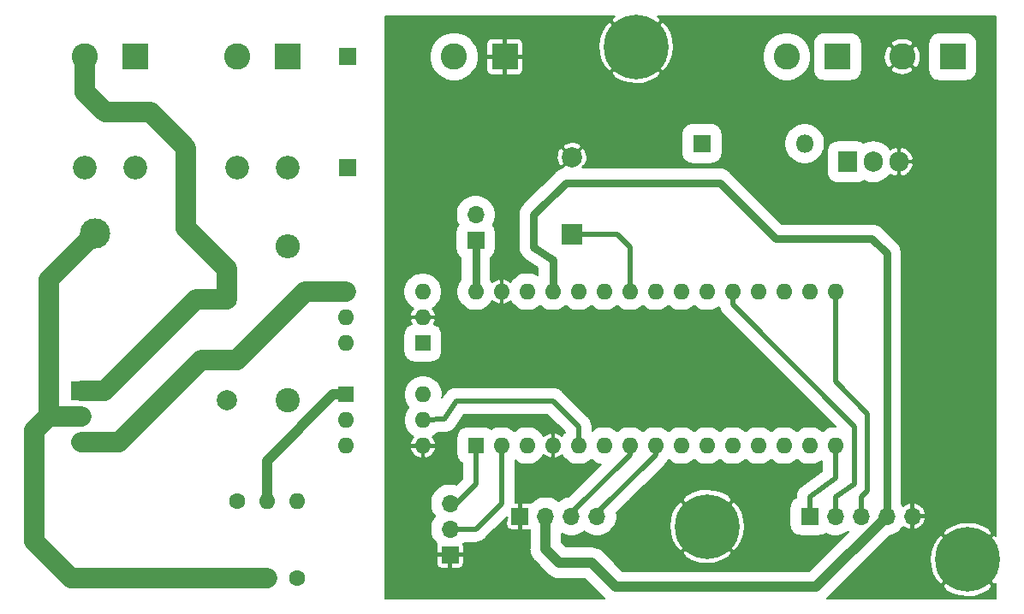
<source format=gbr>
G04 #@! TF.GenerationSoftware,KiCad,Pcbnew,(5.1.12)-1*
G04 #@! TF.CreationDate,2022-01-17T10:13:42+01:00*
G04 #@! TF.ProjectId,arduino_nano_reflow_TRIAC_v1_0,61726475-696e-46f5-9f6e-616e6f5f7265,1.0*
G04 #@! TF.SameCoordinates,Original*
G04 #@! TF.FileFunction,Copper,L2,Bot*
G04 #@! TF.FilePolarity,Positive*
%FSLAX46Y46*%
G04 Gerber Fmt 4.6, Leading zero omitted, Abs format (unit mm)*
G04 Created by KiCad (PCBNEW (5.1.12)-1) date 2022-01-17 10:13:42*
%MOMM*%
%LPD*%
G01*
G04 APERTURE LIST*
G04 #@! TA.AperFunction,ComponentPad*
%ADD10R,1.700000X1.700000*%
G04 #@! TD*
G04 #@! TA.AperFunction,ComponentPad*
%ADD11C,6.400000*%
G04 #@! TD*
G04 #@! TA.AperFunction,ComponentPad*
%ADD12O,1.800000X1.800000*%
G04 #@! TD*
G04 #@! TA.AperFunction,ComponentPad*
%ADD13R,1.800000X1.800000*%
G04 #@! TD*
G04 #@! TA.AperFunction,ComponentPad*
%ADD14O,2.400000X2.400000*%
G04 #@! TD*
G04 #@! TA.AperFunction,ComponentPad*
%ADD15C,2.400000*%
G04 #@! TD*
G04 #@! TA.AperFunction,ComponentPad*
%ADD16C,2.000000*%
G04 #@! TD*
G04 #@! TA.AperFunction,ComponentPad*
%ADD17C,2.600000*%
G04 #@! TD*
G04 #@! TA.AperFunction,ComponentPad*
%ADD18R,2.600000X2.600000*%
G04 #@! TD*
G04 #@! TA.AperFunction,ComponentPad*
%ADD19O,1.700000X1.700000*%
G04 #@! TD*
G04 #@! TA.AperFunction,ComponentPad*
%ADD20O,1.600000X1.600000*%
G04 #@! TD*
G04 #@! TA.AperFunction,ComponentPad*
%ADD21R,1.600000X1.600000*%
G04 #@! TD*
G04 #@! TA.AperFunction,ComponentPad*
%ADD22C,1.600000*%
G04 #@! TD*
G04 #@! TA.AperFunction,ComponentPad*
%ADD23O,2.000000X1.905000*%
G04 #@! TD*
G04 #@! TA.AperFunction,ComponentPad*
%ADD24R,2.000000X1.905000*%
G04 #@! TD*
G04 #@! TA.AperFunction,ComponentPad*
%ADD25O,1.905000X2.000000*%
G04 #@! TD*
G04 #@! TA.AperFunction,ComponentPad*
%ADD26R,1.905000X2.000000*%
G04 #@! TD*
G04 #@! TA.AperFunction,ComponentPad*
%ADD27R,2.000000X2.000000*%
G04 #@! TD*
G04 #@! TA.AperFunction,ComponentPad*
%ADD28C,2.350000*%
G04 #@! TD*
G04 #@! TA.AperFunction,ViaPad*
%ADD29C,0.600000*%
G04 #@! TD*
G04 #@! TA.AperFunction,ViaPad*
%ADD30C,3.000000*%
G04 #@! TD*
G04 #@! TA.AperFunction,Conductor*
%ADD31C,0.500000*%
G04 #@! TD*
G04 #@! TA.AperFunction,Conductor*
%ADD32C,0.750000*%
G04 #@! TD*
G04 #@! TA.AperFunction,Conductor*
%ADD33C,1.000000*%
G04 #@! TD*
G04 #@! TA.AperFunction,Conductor*
%ADD34C,2.000000*%
G04 #@! TD*
G04 #@! TA.AperFunction,Conductor*
%ADD35C,0.200000*%
G04 #@! TD*
G04 #@! TA.AperFunction,Conductor*
%ADD36C,0.100000*%
G04 #@! TD*
G04 APERTURE END LIST*
D10*
X135218820Y-74199260D03*
X135218820Y-63199260D03*
D11*
X163718820Y-62199260D03*
D12*
X180378820Y-71799260D03*
D13*
X170218820Y-71799260D03*
D14*
X129218820Y-81959260D03*
D15*
X129218820Y-97199260D03*
D16*
X123218820Y-97199260D03*
X123218820Y-87199260D03*
D17*
X190018820Y-63199260D03*
D18*
X195018820Y-63199260D03*
D19*
X159858820Y-108690000D03*
X157318820Y-108690000D03*
X154778820Y-108690000D03*
D10*
X152238820Y-108690000D03*
D17*
X178618820Y-63199260D03*
D18*
X183618820Y-63199260D03*
D20*
X183428820Y-86459260D03*
X183428820Y-101699260D03*
X147868820Y-86459260D03*
X180888820Y-101699260D03*
X150408820Y-86459260D03*
X178348820Y-101699260D03*
X152948820Y-86459260D03*
X175808820Y-101699260D03*
X155488820Y-86459260D03*
X173268820Y-101699260D03*
X158028820Y-86459260D03*
X170728820Y-101699260D03*
X160568820Y-86459260D03*
X168188820Y-101699260D03*
X163108820Y-86459260D03*
X165648820Y-101699260D03*
X165648820Y-86459260D03*
X163108820Y-101699260D03*
X168188820Y-86459260D03*
X160568820Y-101699260D03*
X170728820Y-86459260D03*
X158028820Y-101699260D03*
X173268820Y-86459260D03*
X155488820Y-101699260D03*
X175808820Y-86459260D03*
X152948820Y-101699260D03*
X178348820Y-86459260D03*
X150408820Y-101699260D03*
X180888820Y-86459260D03*
D21*
X147868820Y-101699260D03*
D20*
X124218820Y-114819260D03*
D22*
X124218820Y-107199260D03*
D20*
X134998820Y-91545000D03*
X142618820Y-86465000D03*
X134998820Y-89005000D03*
X142618820Y-89005000D03*
X134998820Y-86465000D03*
D21*
X142618820Y-91545000D03*
D20*
X142638820Y-96649260D03*
X135018820Y-101729260D03*
X142638820Y-99189260D03*
X135018820Y-99189260D03*
X142638820Y-101729260D03*
D21*
X135018820Y-96649260D03*
D23*
X108823820Y-101339260D03*
X108823820Y-98799260D03*
D24*
X108823820Y-96259260D03*
D11*
X170718820Y-109699260D03*
X196493140Y-112990980D03*
D25*
X189698820Y-73599260D03*
X187158820Y-73599260D03*
D26*
X184618820Y-73599260D03*
D20*
X127218820Y-107199260D03*
D22*
X127218820Y-114819260D03*
D20*
X130218820Y-107199260D03*
D22*
X130218820Y-114819260D03*
D16*
X157370000Y-73150000D03*
D27*
X157370000Y-80750000D03*
D19*
X191025000Y-108690000D03*
X188485000Y-108690000D03*
X185945000Y-108690000D03*
X183405000Y-108690000D03*
D10*
X180865000Y-108690000D03*
D17*
X124218820Y-63199260D03*
D18*
X129218820Y-63199260D03*
D17*
X109218820Y-63199260D03*
D18*
X114218820Y-63199260D03*
D17*
X145718820Y-63199260D03*
D18*
X150718820Y-63199260D03*
D10*
X147845000Y-81385000D03*
D19*
X147845000Y-78845000D03*
D10*
X145305000Y-112500000D03*
D19*
X145305000Y-109960000D03*
X145305000Y-107420000D03*
D28*
X124218820Y-74199260D03*
X129218820Y-74199260D03*
X114218820Y-74199260D03*
X109218820Y-74199260D03*
D29*
X188485000Y-82655000D03*
D30*
X110218820Y-80699260D03*
D31*
X158005000Y-99800000D02*
X158005000Y-101705000D01*
X142765000Y-99165000D02*
X144780000Y-99060000D01*
X144780000Y-99060000D02*
X145940000Y-97260000D01*
X145940000Y-97260000D02*
X155465000Y-97260000D01*
X155465000Y-97260000D02*
X158005000Y-99800000D01*
X183405000Y-104880000D02*
X180865000Y-106785000D01*
X180865000Y-106785000D02*
X180865000Y-108690000D01*
X183405000Y-101705000D02*
X183405000Y-104880000D01*
D32*
X188485000Y-82655000D02*
X188485000Y-108690000D01*
D33*
X181475740Y-115699260D02*
X188485000Y-108690000D01*
X161718820Y-115699260D02*
X181475740Y-115699260D01*
X156128820Y-113309260D02*
X159328820Y-113309260D01*
X154778820Y-111959260D02*
X156128820Y-113309260D01*
X159328820Y-113309260D02*
X161718820Y-115699260D01*
X154778820Y-108389260D02*
X154778820Y-111959260D01*
D32*
X187029260Y-81199260D02*
X188485000Y-82655000D01*
X177504260Y-81199260D02*
X187029260Y-81199260D01*
X171975000Y-75670000D02*
X177504260Y-81199260D01*
X156735000Y-75670000D02*
X171975000Y-75670000D01*
X153560000Y-78845000D02*
X156735000Y-75670000D01*
X153560000Y-82020000D02*
X153560000Y-78845000D01*
X155465000Y-83290000D02*
X153560000Y-82020000D01*
X155465000Y-86465000D02*
X155465000Y-83290000D01*
D31*
X185310000Y-99800000D02*
X185310000Y-105515000D01*
X183405000Y-106785000D02*
X185310000Y-105515000D01*
X173245000Y-87735000D02*
X173245000Y-86465000D01*
X183405000Y-108690000D02*
X183405000Y-106785000D01*
X173245000Y-87735000D02*
X185310000Y-99800000D01*
X185945000Y-108690000D02*
X185945000Y-106785000D01*
X185945000Y-106785000D02*
X186580000Y-106150000D01*
X186580000Y-106150000D02*
X186580000Y-98530000D01*
X183405000Y-95355000D02*
X183405000Y-86465000D01*
X186580000Y-98530000D02*
X183405000Y-95355000D01*
D32*
X147845000Y-86465000D02*
X147845000Y-81385000D01*
D34*
X134998820Y-86465000D02*
X130953080Y-86465000D01*
X130953080Y-86465000D02*
X124218820Y-93199260D01*
X124218820Y-93199260D02*
X120718820Y-93199260D01*
X112578820Y-101339260D02*
X108823820Y-101339260D01*
X120718820Y-93199260D02*
X112578820Y-101339260D01*
D33*
X135018820Y-96649260D02*
X133768820Y-96649260D01*
X127218820Y-103199260D02*
X127218820Y-107199260D01*
X133768820Y-96649260D02*
X127218820Y-103199260D01*
D31*
X157370000Y-80750000D02*
X161815000Y-80750000D01*
X163085000Y-82020000D02*
X161815000Y-80750000D01*
X163085000Y-82020000D02*
X163085000Y-86465000D01*
D34*
X108823820Y-96259260D02*
X111158820Y-96259260D01*
X120218820Y-87199260D02*
X123218820Y-87199260D01*
X111158820Y-96259260D02*
X120218820Y-87199260D01*
X109218820Y-66699260D02*
X109218820Y-63199260D01*
X111218820Y-68699260D02*
X109218820Y-66699260D01*
X115718820Y-68699260D02*
X111218820Y-68699260D01*
X119218820Y-72199260D02*
X115718820Y-68699260D01*
X119218820Y-80199260D02*
X119218820Y-72199260D01*
X123218820Y-84199260D02*
X119218820Y-80199260D01*
X123218820Y-87199260D02*
X123218820Y-84199260D01*
X108823820Y-98799260D02*
X105618820Y-98799260D01*
X105618820Y-98799260D02*
X104218820Y-100199260D01*
X104218820Y-100199260D02*
X104218820Y-111199260D01*
X107838820Y-114819260D02*
X127218820Y-114819260D01*
X104218820Y-111199260D02*
X107838820Y-114819260D01*
X105618820Y-98799260D02*
X105618820Y-85299260D01*
X105618820Y-85299260D02*
X110218820Y-80699260D01*
X110218820Y-80699260D02*
X110218820Y-80699260D01*
D31*
X150385000Y-101705000D02*
X150385000Y-107420000D01*
X150385000Y-107420000D02*
X147845000Y-109960000D01*
X147845000Y-109960000D02*
X145305000Y-109960000D01*
X147845000Y-105515000D02*
X145940000Y-107420000D01*
X147845000Y-101705000D02*
X147845000Y-105515000D01*
X165648820Y-102599260D02*
X165648820Y-101699260D01*
X159858820Y-108389260D02*
X165648820Y-102599260D01*
X163108820Y-102599260D02*
X163108820Y-101699260D01*
X157318820Y-108389260D02*
X163108820Y-102599260D01*
D35*
X161249949Y-59588968D02*
X163718820Y-62057839D01*
X166187691Y-59588968D01*
X165854979Y-59174260D01*
X199243821Y-59174260D01*
X199243820Y-110634740D01*
X199103432Y-110522109D01*
X196634561Y-112990980D01*
X199103432Y-115459851D01*
X199243820Y-115347220D01*
X199243820Y-116824714D01*
X198501429Y-116825000D01*
X182621699Y-116825000D01*
X182662693Y-116775048D01*
X183836469Y-115601272D01*
X194024269Y-115601272D01*
X194389504Y-116056518D01*
X195027982Y-116408013D01*
X195722764Y-116628194D01*
X196447152Y-116708599D01*
X197173307Y-116646137D01*
X197873323Y-116443211D01*
X198520301Y-116107617D01*
X198596776Y-116056518D01*
X198962011Y-115601272D01*
X196493140Y-113132401D01*
X194024269Y-115601272D01*
X183836469Y-115601272D01*
X186492749Y-112944992D01*
X192775521Y-112944992D01*
X192837983Y-113671147D01*
X193040909Y-114371163D01*
X193376503Y-115018141D01*
X193427602Y-115094616D01*
X193882848Y-115459851D01*
X196351719Y-112990980D01*
X193882848Y-110522109D01*
X193427602Y-110887344D01*
X193076107Y-111525822D01*
X192855926Y-112220604D01*
X192775521Y-112944992D01*
X186492749Y-112944992D01*
X188827708Y-110610034D01*
X189053794Y-110565062D01*
X189408671Y-110418067D01*
X189464612Y-110380688D01*
X194024269Y-110380688D01*
X196493140Y-112849559D01*
X198962011Y-110380688D01*
X198596776Y-109925442D01*
X197958298Y-109573947D01*
X197263516Y-109353766D01*
X196539128Y-109273361D01*
X195812973Y-109335823D01*
X195112957Y-109538749D01*
X194465979Y-109874343D01*
X194389504Y-109925442D01*
X194024269Y-110380688D01*
X189464612Y-110380688D01*
X189728052Y-110204664D01*
X189999664Y-109933052D01*
X190148152Y-109710823D01*
X190314570Y-109837954D01*
X190552175Y-109954494D01*
X190715625Y-110004072D01*
X190925000Y-109910912D01*
X190925000Y-108790000D01*
X191125000Y-108790000D01*
X191125000Y-109910912D01*
X191334375Y-110004072D01*
X191497825Y-109954494D01*
X191735430Y-109837954D01*
X191945734Y-109677298D01*
X192120655Y-109478701D01*
X192253470Y-109249795D01*
X192339076Y-108999376D01*
X192246295Y-108790000D01*
X191125000Y-108790000D01*
X190925000Y-108790000D01*
X190905000Y-108790000D01*
X190905000Y-108590000D01*
X190925000Y-108590000D01*
X190925000Y-107469088D01*
X191125000Y-107469088D01*
X191125000Y-108590000D01*
X192246295Y-108590000D01*
X192339076Y-108380624D01*
X192253470Y-108130205D01*
X192120655Y-107901299D01*
X191945734Y-107702702D01*
X191735430Y-107542046D01*
X191497825Y-107425506D01*
X191334375Y-107375928D01*
X191125000Y-107469088D01*
X190925000Y-107469088D01*
X190715625Y-107375928D01*
X190552175Y-107425506D01*
X190314570Y-107542046D01*
X190148152Y-107669177D01*
X189999664Y-107446948D01*
X189960000Y-107407284D01*
X189960000Y-82727444D01*
X189967135Y-82654999D01*
X189960000Y-82582554D01*
X189960000Y-82582548D01*
X189938657Y-82365850D01*
X189938122Y-82364084D01*
X189914024Y-82284645D01*
X189854315Y-82087811D01*
X189717351Y-81831569D01*
X189647507Y-81746465D01*
X189579213Y-81663248D01*
X189579208Y-81663243D01*
X189533027Y-81606972D01*
X189476757Y-81560793D01*
X188123476Y-80207512D01*
X188077288Y-80151232D01*
X187852691Y-79966909D01*
X187596449Y-79829945D01*
X187318410Y-79745603D01*
X187101712Y-79724260D01*
X187101705Y-79724260D01*
X187029260Y-79717125D01*
X186956815Y-79724260D01*
X178115225Y-79724260D01*
X173069216Y-74678252D01*
X173023028Y-74621972D01*
X172798431Y-74437649D01*
X172542189Y-74300685D01*
X172264150Y-74216343D01*
X172047452Y-74195000D01*
X172047445Y-74195000D01*
X171975000Y-74187865D01*
X171902555Y-74195000D01*
X158455900Y-74195000D01*
X158506162Y-74144738D01*
X158415555Y-74054131D01*
X158645489Y-73953091D01*
X158777656Y-73688824D01*
X158855728Y-73403850D01*
X158876703Y-73109121D01*
X158839777Y-72815963D01*
X158746369Y-72535642D01*
X158645489Y-72346909D01*
X158415554Y-72245868D01*
X157511421Y-73150000D01*
X157525564Y-73164142D01*
X157384142Y-73305564D01*
X157370000Y-73291421D01*
X156465868Y-74195554D01*
X156473794Y-74213591D01*
X156445849Y-74216343D01*
X156167811Y-74300685D01*
X155911569Y-74437649D01*
X155686972Y-74621972D01*
X155640788Y-74678247D01*
X152568248Y-77750788D01*
X152511973Y-77796972D01*
X152327650Y-78021569D01*
X152254441Y-78158534D01*
X152190685Y-78277812D01*
X152106343Y-78555850D01*
X152077865Y-78845000D01*
X152085001Y-78917455D01*
X152085000Y-81948323D01*
X152077865Y-82021550D01*
X152092145Y-82164991D01*
X152106343Y-82309149D01*
X152106570Y-82309898D01*
X152106647Y-82310670D01*
X152148667Y-82448672D01*
X152190685Y-82587188D01*
X152191052Y-82587875D01*
X152191279Y-82588620D01*
X152259577Y-82716076D01*
X152327649Y-82843430D01*
X152328143Y-82844031D01*
X152328511Y-82844719D01*
X152420590Y-82956679D01*
X152511972Y-83068027D01*
X152512571Y-83068519D01*
X152513069Y-83069124D01*
X152624962Y-83160757D01*
X152736569Y-83252351D01*
X152801462Y-83287037D01*
X153990001Y-84079397D01*
X153990001Y-84869845D01*
X153848807Y-84775502D01*
X153503029Y-84632276D01*
X153135954Y-84559260D01*
X152761686Y-84559260D01*
X152394611Y-84632276D01*
X152048833Y-84775502D01*
X151737641Y-84983434D01*
X151472994Y-85248081D01*
X151297251Y-85511098D01*
X151292733Y-85505998D01*
X151089777Y-85351872D01*
X150860652Y-85240302D01*
X150710351Y-85194713D01*
X150508820Y-85288523D01*
X150508820Y-86359260D01*
X150528820Y-86359260D01*
X150528820Y-86559260D01*
X150508820Y-86559260D01*
X150508820Y-87629997D01*
X150710351Y-87723807D01*
X150860652Y-87678218D01*
X151089777Y-87566648D01*
X151292733Y-87412522D01*
X151297251Y-87407422D01*
X151472994Y-87670439D01*
X151737641Y-87935086D01*
X152048833Y-88143018D01*
X152394611Y-88286244D01*
X152761686Y-88359260D01*
X153135954Y-88359260D01*
X153503029Y-88286244D01*
X153848807Y-88143018D01*
X154159999Y-87935086D01*
X154218820Y-87876265D01*
X154277641Y-87935086D01*
X154588833Y-88143018D01*
X154934611Y-88286244D01*
X155301686Y-88359260D01*
X155675954Y-88359260D01*
X156043029Y-88286244D01*
X156388807Y-88143018D01*
X156699999Y-87935086D01*
X156758820Y-87876265D01*
X156817641Y-87935086D01*
X157128833Y-88143018D01*
X157474611Y-88286244D01*
X157841686Y-88359260D01*
X158215954Y-88359260D01*
X158583029Y-88286244D01*
X158928807Y-88143018D01*
X159239999Y-87935086D01*
X159298820Y-87876265D01*
X159357641Y-87935086D01*
X159668833Y-88143018D01*
X160014611Y-88286244D01*
X160381686Y-88359260D01*
X160755954Y-88359260D01*
X161123029Y-88286244D01*
X161468807Y-88143018D01*
X161779999Y-87935086D01*
X161838820Y-87876265D01*
X161897641Y-87935086D01*
X162208833Y-88143018D01*
X162554611Y-88286244D01*
X162921686Y-88359260D01*
X163295954Y-88359260D01*
X163663029Y-88286244D01*
X164008807Y-88143018D01*
X164319999Y-87935086D01*
X164378820Y-87876265D01*
X164437641Y-87935086D01*
X164748833Y-88143018D01*
X165094611Y-88286244D01*
X165461686Y-88359260D01*
X165835954Y-88359260D01*
X166203029Y-88286244D01*
X166548807Y-88143018D01*
X166859999Y-87935086D01*
X166918820Y-87876265D01*
X166977641Y-87935086D01*
X167288833Y-88143018D01*
X167634611Y-88286244D01*
X168001686Y-88359260D01*
X168375954Y-88359260D01*
X168743029Y-88286244D01*
X169088807Y-88143018D01*
X169399999Y-87935086D01*
X169458820Y-87876265D01*
X169517641Y-87935086D01*
X169828833Y-88143018D01*
X170174611Y-88286244D01*
X170541686Y-88359260D01*
X170915954Y-88359260D01*
X171283029Y-88286244D01*
X171628807Y-88143018D01*
X171910140Y-87955037D01*
X171914533Y-87999645D01*
X171991728Y-88254121D01*
X171991729Y-88254122D01*
X172117085Y-88488649D01*
X172243510Y-88642698D01*
X172243513Y-88642701D01*
X172285787Y-88694212D01*
X172337299Y-88736487D01*
X183400072Y-99799260D01*
X183241686Y-99799260D01*
X182874611Y-99872276D01*
X182528833Y-100015502D01*
X182217641Y-100223434D01*
X182158820Y-100282255D01*
X182099999Y-100223434D01*
X181788807Y-100015502D01*
X181443029Y-99872276D01*
X181075954Y-99799260D01*
X180701686Y-99799260D01*
X180334611Y-99872276D01*
X179988833Y-100015502D01*
X179677641Y-100223434D01*
X179618820Y-100282255D01*
X179559999Y-100223434D01*
X179248807Y-100015502D01*
X178903029Y-99872276D01*
X178535954Y-99799260D01*
X178161686Y-99799260D01*
X177794611Y-99872276D01*
X177448833Y-100015502D01*
X177137641Y-100223434D01*
X177078820Y-100282255D01*
X177019999Y-100223434D01*
X176708807Y-100015502D01*
X176363029Y-99872276D01*
X175995954Y-99799260D01*
X175621686Y-99799260D01*
X175254611Y-99872276D01*
X174908833Y-100015502D01*
X174597641Y-100223434D01*
X174538820Y-100282255D01*
X174479999Y-100223434D01*
X174168807Y-100015502D01*
X173823029Y-99872276D01*
X173455954Y-99799260D01*
X173081686Y-99799260D01*
X172714611Y-99872276D01*
X172368833Y-100015502D01*
X172057641Y-100223434D01*
X171998820Y-100282255D01*
X171939999Y-100223434D01*
X171628807Y-100015502D01*
X171283029Y-99872276D01*
X170915954Y-99799260D01*
X170541686Y-99799260D01*
X170174611Y-99872276D01*
X169828833Y-100015502D01*
X169517641Y-100223434D01*
X169458820Y-100282255D01*
X169399999Y-100223434D01*
X169088807Y-100015502D01*
X168743029Y-99872276D01*
X168375954Y-99799260D01*
X168001686Y-99799260D01*
X167634611Y-99872276D01*
X167288833Y-100015502D01*
X166977641Y-100223434D01*
X166918820Y-100282255D01*
X166859999Y-100223434D01*
X166548807Y-100015502D01*
X166203029Y-99872276D01*
X165835954Y-99799260D01*
X165461686Y-99799260D01*
X165094611Y-99872276D01*
X164748833Y-100015502D01*
X164437641Y-100223434D01*
X164378820Y-100282255D01*
X164319999Y-100223434D01*
X164008807Y-100015502D01*
X163663029Y-99872276D01*
X163295954Y-99799260D01*
X162921686Y-99799260D01*
X162554611Y-99872276D01*
X162208833Y-100015502D01*
X161897641Y-100223434D01*
X161838820Y-100282255D01*
X161779999Y-100223434D01*
X161468807Y-100015502D01*
X161123029Y-99872276D01*
X160755954Y-99799260D01*
X160381686Y-99799260D01*
X160014611Y-99872276D01*
X159668833Y-100015502D01*
X159357641Y-100223434D01*
X159355000Y-100226075D01*
X159355000Y-99866310D01*
X159361531Y-99799999D01*
X159355000Y-99733688D01*
X159355000Y-99733679D01*
X159335467Y-99535354D01*
X159258272Y-99280878D01*
X159132915Y-99046351D01*
X158964212Y-98840787D01*
X158912701Y-98798513D01*
X156466491Y-96352303D01*
X156424213Y-96300787D01*
X156218649Y-96132085D01*
X155984122Y-96006728D01*
X155729646Y-95929533D01*
X155531321Y-95910000D01*
X155531319Y-95910000D01*
X155465000Y-95903468D01*
X155398681Y-95910000D01*
X145995091Y-95910000D01*
X145917497Y-95903655D01*
X145796567Y-95917595D01*
X145675354Y-95929533D01*
X145664539Y-95932814D01*
X145653320Y-95934107D01*
X145537421Y-95971375D01*
X145420878Y-96006728D01*
X145410915Y-96012053D01*
X145400159Y-96015512D01*
X145293751Y-96074679D01*
X145186351Y-96132085D01*
X145177615Y-96139254D01*
X145167744Y-96144743D01*
X145074912Y-96223540D01*
X144980787Y-96300787D01*
X144973622Y-96309518D01*
X144965006Y-96316831D01*
X144889333Y-96412224D01*
X144812085Y-96506351D01*
X144775379Y-96575023D01*
X144508407Y-96989290D01*
X144538820Y-96836394D01*
X144538820Y-96462126D01*
X144465804Y-96095051D01*
X144322578Y-95749273D01*
X144114646Y-95438081D01*
X143849999Y-95173434D01*
X143538807Y-94965502D01*
X143193029Y-94822276D01*
X142825954Y-94749260D01*
X142451686Y-94749260D01*
X142084611Y-94822276D01*
X141738833Y-94965502D01*
X141427641Y-95173434D01*
X141162994Y-95438081D01*
X140955062Y-95749273D01*
X140811836Y-96095051D01*
X140738820Y-96462126D01*
X140738820Y-96836394D01*
X140811836Y-97203469D01*
X140955062Y-97549247D01*
X141162994Y-97860439D01*
X141221815Y-97919260D01*
X141162994Y-97978081D01*
X140955062Y-98289273D01*
X140811836Y-98635051D01*
X140738820Y-99002126D01*
X140738820Y-99376394D01*
X140811836Y-99743469D01*
X140955062Y-100089247D01*
X141162994Y-100400439D01*
X141427641Y-100665086D01*
X141690658Y-100840829D01*
X141685558Y-100845347D01*
X141531432Y-101048303D01*
X141419862Y-101277428D01*
X141374273Y-101427729D01*
X141468083Y-101629260D01*
X142538820Y-101629260D01*
X142538820Y-101609260D01*
X142738820Y-101609260D01*
X142738820Y-101629260D01*
X143809557Y-101629260D01*
X143903367Y-101427729D01*
X143857778Y-101277428D01*
X143746208Y-101048303D01*
X143592082Y-100845347D01*
X143586982Y-100840829D01*
X143849999Y-100665086D01*
X144066050Y-100449035D01*
X144760026Y-100412872D01*
X144802502Y-100416345D01*
X144892533Y-100405967D01*
X144916483Y-100404719D01*
X144958382Y-100398377D01*
X145066679Y-100385893D01*
X145089655Y-100378505D01*
X145113523Y-100374892D01*
X145216062Y-100337858D01*
X145319840Y-100304488D01*
X145340937Y-100292758D01*
X145363637Y-100284559D01*
X145456967Y-100228241D01*
X145552255Y-100175258D01*
X145570659Y-100159636D01*
X145591323Y-100147167D01*
X145671880Y-100073717D01*
X145754992Y-100003169D01*
X145769992Y-99984261D01*
X145787829Y-99967997D01*
X145852510Y-99880240D01*
X145878844Y-99847044D01*
X145891836Y-99826883D01*
X145945605Y-99753932D01*
X145963711Y-99715354D01*
X146676050Y-98610000D01*
X154905812Y-98610000D01*
X156655000Y-100359188D01*
X156655000Y-100386075D01*
X156552994Y-100488081D01*
X156377251Y-100751098D01*
X156372733Y-100745998D01*
X156169777Y-100591872D01*
X155940652Y-100480302D01*
X155790351Y-100434713D01*
X155588820Y-100528523D01*
X155588820Y-101599260D01*
X155608820Y-101599260D01*
X155608820Y-101799260D01*
X155588820Y-101799260D01*
X155588820Y-102869997D01*
X155790351Y-102963807D01*
X155940652Y-102918218D01*
X156169777Y-102806648D01*
X156372733Y-102652522D01*
X156377251Y-102647422D01*
X156552994Y-102910439D01*
X156817641Y-103175086D01*
X157128833Y-103383018D01*
X157474611Y-103526244D01*
X157841686Y-103599260D01*
X158215954Y-103599260D01*
X158583029Y-103526244D01*
X158928807Y-103383018D01*
X159239999Y-103175086D01*
X159298820Y-103116265D01*
X159357641Y-103175086D01*
X159668833Y-103383018D01*
X160014611Y-103526244D01*
X160229837Y-103569055D01*
X157042040Y-106756852D01*
X156750026Y-106814938D01*
X156395149Y-106961933D01*
X156075768Y-107175336D01*
X156048820Y-107202284D01*
X156021872Y-107175336D01*
X155702491Y-106961933D01*
X155347614Y-106814938D01*
X154970878Y-106740000D01*
X154586762Y-106740000D01*
X154210026Y-106814938D01*
X153855149Y-106961933D01*
X153535768Y-107175336D01*
X153316402Y-107394702D01*
X153281087Y-107375825D01*
X153186837Y-107347235D01*
X153088820Y-107337581D01*
X152463820Y-107340000D01*
X152338820Y-107465000D01*
X152338820Y-108590000D01*
X152358820Y-108590000D01*
X152358820Y-108790000D01*
X152338820Y-108790000D01*
X152338820Y-109915000D01*
X152463820Y-110040000D01*
X153088820Y-110042419D01*
X153178820Y-110033555D01*
X153178821Y-111880657D01*
X153171079Y-111959260D01*
X153192074Y-112172416D01*
X153201972Y-112272915D01*
X153213086Y-112309552D01*
X153293461Y-112574515D01*
X153442032Y-112852473D01*
X153517961Y-112944992D01*
X153641976Y-113096105D01*
X153703027Y-113146208D01*
X154941871Y-114385053D01*
X154991975Y-114446105D01*
X155235607Y-114646048D01*
X155513564Y-114794619D01*
X155815165Y-114886109D01*
X156050223Y-114909260D01*
X156050225Y-114909260D01*
X156128819Y-114917001D01*
X156207413Y-114909260D01*
X158666079Y-114909260D01*
X160531871Y-116775053D01*
X160572861Y-116825000D01*
X138926502Y-116825000D01*
X138926178Y-113350000D01*
X143952581Y-113350000D01*
X143962235Y-113448017D01*
X143990825Y-113542267D01*
X144037254Y-113629129D01*
X144099736Y-113705264D01*
X144175871Y-113767746D01*
X144262733Y-113814175D01*
X144356983Y-113842765D01*
X144455000Y-113852419D01*
X145080000Y-113850000D01*
X145205000Y-113725000D01*
X145205000Y-112600000D01*
X145405000Y-112600000D01*
X145405000Y-113725000D01*
X145530000Y-113850000D01*
X146155000Y-113852419D01*
X146253017Y-113842765D01*
X146347267Y-113814175D01*
X146434129Y-113767746D01*
X146510264Y-113705264D01*
X146572746Y-113629129D01*
X146619175Y-113542267D01*
X146647765Y-113448017D01*
X146657419Y-113350000D01*
X146655000Y-112725000D01*
X146530000Y-112600000D01*
X145405000Y-112600000D01*
X145205000Y-112600000D01*
X144080000Y-112600000D01*
X143955000Y-112725000D01*
X143952581Y-113350000D01*
X138926178Y-113350000D01*
X138925607Y-107227942D01*
X143355000Y-107227942D01*
X143355000Y-107612058D01*
X143429938Y-107988794D01*
X143576933Y-108343671D01*
X143790336Y-108663052D01*
X143817284Y-108690000D01*
X143790336Y-108716948D01*
X143576933Y-109036329D01*
X143429938Y-109391206D01*
X143355000Y-109767942D01*
X143355000Y-110152058D01*
X143429938Y-110528794D01*
X143576933Y-110883671D01*
X143790336Y-111203052D01*
X144009702Y-111422418D01*
X143990825Y-111457733D01*
X143962235Y-111551983D01*
X143952581Y-111650000D01*
X143955000Y-112275000D01*
X144080000Y-112400000D01*
X145205000Y-112400000D01*
X145205000Y-112380000D01*
X145405000Y-112380000D01*
X145405000Y-112400000D01*
X146530000Y-112400000D01*
X146655000Y-112275000D01*
X146657419Y-111650000D01*
X146647765Y-111551983D01*
X146619175Y-111457733D01*
X146600298Y-111422418D01*
X146712716Y-111310000D01*
X147778681Y-111310000D01*
X147845000Y-111316532D01*
X147911319Y-111310000D01*
X147911321Y-111310000D01*
X148109646Y-111290467D01*
X148364122Y-111213272D01*
X148598649Y-111087915D01*
X148804213Y-110919213D01*
X148846491Y-110867697D01*
X150924186Y-108790002D01*
X151013818Y-108790002D01*
X150888820Y-108915000D01*
X150886401Y-109540000D01*
X150896055Y-109638017D01*
X150924645Y-109732267D01*
X150971074Y-109819129D01*
X151033556Y-109895264D01*
X151109691Y-109957746D01*
X151196553Y-110004175D01*
X151290803Y-110032765D01*
X151388820Y-110042419D01*
X152013820Y-110040000D01*
X152138820Y-109915000D01*
X152138820Y-108790000D01*
X152118820Y-108790000D01*
X152118820Y-108590000D01*
X152138820Y-108590000D01*
X152138820Y-107465000D01*
X152013820Y-107340000D01*
X151735000Y-107338921D01*
X151735000Y-103172445D01*
X151737641Y-103175086D01*
X152048833Y-103383018D01*
X152394611Y-103526244D01*
X152761686Y-103599260D01*
X153135954Y-103599260D01*
X153503029Y-103526244D01*
X153848807Y-103383018D01*
X154159999Y-103175086D01*
X154424646Y-102910439D01*
X154600389Y-102647422D01*
X154604907Y-102652522D01*
X154807863Y-102806648D01*
X155036988Y-102918218D01*
X155187289Y-102963807D01*
X155388820Y-102869997D01*
X155388820Y-101799260D01*
X155368820Y-101799260D01*
X155368820Y-101599260D01*
X155388820Y-101599260D01*
X155388820Y-100528523D01*
X155187289Y-100434713D01*
X155036988Y-100480302D01*
X154807863Y-100591872D01*
X154604907Y-100745998D01*
X154600389Y-100751098D01*
X154424646Y-100488081D01*
X154159999Y-100223434D01*
X153848807Y-100015502D01*
X153503029Y-99872276D01*
X153135954Y-99799260D01*
X152761686Y-99799260D01*
X152394611Y-99872276D01*
X152048833Y-100015502D01*
X151737641Y-100223434D01*
X151678820Y-100282255D01*
X151619999Y-100223434D01*
X151308807Y-100015502D01*
X150963029Y-99872276D01*
X150595954Y-99799260D01*
X150221686Y-99799260D01*
X149854611Y-99872276D01*
X149508833Y-100015502D01*
X149407997Y-100082879D01*
X149282904Y-99980218D01*
X149091808Y-99878076D01*
X148884458Y-99815176D01*
X148668820Y-99793938D01*
X147068820Y-99793938D01*
X146853182Y-99815176D01*
X146645832Y-99878076D01*
X146454736Y-99980218D01*
X146287239Y-100117679D01*
X146149778Y-100285176D01*
X146047636Y-100476272D01*
X145984736Y-100683622D01*
X145963498Y-100899260D01*
X145963498Y-102499260D01*
X145984736Y-102714898D01*
X146047636Y-102922248D01*
X146149778Y-103113344D01*
X146287239Y-103280841D01*
X146454736Y-103418302D01*
X146495000Y-103439824D01*
X146495001Y-104955810D01*
X145896478Y-105554334D01*
X145873794Y-105544938D01*
X145497058Y-105470000D01*
X145112942Y-105470000D01*
X144736206Y-105544938D01*
X144381329Y-105691933D01*
X144061948Y-105905336D01*
X143790336Y-106176948D01*
X143576933Y-106496329D01*
X143429938Y-106851206D01*
X143355000Y-107227942D01*
X138925607Y-107227942D01*
X138925122Y-102030791D01*
X141374273Y-102030791D01*
X141419862Y-102181092D01*
X141531432Y-102410217D01*
X141685558Y-102613173D01*
X141876318Y-102782161D01*
X142096380Y-102910687D01*
X142337288Y-102993811D01*
X142538820Y-102900412D01*
X142538820Y-101829260D01*
X142738820Y-101829260D01*
X142738820Y-102900412D01*
X142940352Y-102993811D01*
X143181260Y-102910687D01*
X143401322Y-102782161D01*
X143592082Y-102613173D01*
X143746208Y-102410217D01*
X143857778Y-102181092D01*
X143903367Y-102030791D01*
X143809557Y-101829260D01*
X142738820Y-101829260D01*
X142538820Y-101829260D01*
X141468083Y-101829260D01*
X141374273Y-102030791D01*
X138925122Y-102030791D01*
X138924068Y-90745000D01*
X140713498Y-90745000D01*
X140713498Y-92345000D01*
X140734736Y-92560638D01*
X140797636Y-92767988D01*
X140899778Y-92959084D01*
X141037239Y-93126581D01*
X141204736Y-93264042D01*
X141395832Y-93366184D01*
X141603182Y-93429084D01*
X141818820Y-93450322D01*
X143418820Y-93450322D01*
X143634458Y-93429084D01*
X143841808Y-93366184D01*
X144032904Y-93264042D01*
X144200401Y-93126581D01*
X144337862Y-92959084D01*
X144440004Y-92767988D01*
X144502904Y-92560638D01*
X144524142Y-92345000D01*
X144524142Y-90745000D01*
X144502904Y-90529362D01*
X144440004Y-90322012D01*
X144337862Y-90130916D01*
X144200401Y-89963419D01*
X144032904Y-89825958D01*
X143841808Y-89723816D01*
X143724485Y-89688226D01*
X143726208Y-89685957D01*
X143837778Y-89456832D01*
X143883367Y-89306531D01*
X143789557Y-89105000D01*
X142718820Y-89105000D01*
X142718820Y-89125000D01*
X142518820Y-89125000D01*
X142518820Y-89105000D01*
X141448083Y-89105000D01*
X141354273Y-89306531D01*
X141399862Y-89456832D01*
X141511432Y-89685957D01*
X141513155Y-89688226D01*
X141395832Y-89723816D01*
X141204736Y-89825958D01*
X141037239Y-89963419D01*
X140899778Y-90130916D01*
X140797636Y-90322012D01*
X140734736Y-90529362D01*
X140713498Y-90745000D01*
X138924068Y-90745000D01*
X138923652Y-86277866D01*
X140718820Y-86277866D01*
X140718820Y-86652134D01*
X140791836Y-87019209D01*
X140935062Y-87364987D01*
X141142994Y-87676179D01*
X141407641Y-87940826D01*
X141670658Y-88116569D01*
X141665558Y-88121087D01*
X141511432Y-88324043D01*
X141399862Y-88553168D01*
X141354273Y-88703469D01*
X141448083Y-88905000D01*
X142518820Y-88905000D01*
X142518820Y-88885000D01*
X142718820Y-88885000D01*
X142718820Y-88905000D01*
X143789557Y-88905000D01*
X143883367Y-88703469D01*
X143837778Y-88553168D01*
X143726208Y-88324043D01*
X143572082Y-88121087D01*
X143566982Y-88116569D01*
X143829999Y-87940826D01*
X144094646Y-87676179D01*
X144302578Y-87364987D01*
X144445804Y-87019209D01*
X144518820Y-86652134D01*
X144518820Y-86277866D01*
X144445804Y-85910791D01*
X144302578Y-85565013D01*
X144094646Y-85253821D01*
X143829999Y-84989174D01*
X143518807Y-84781242D01*
X143173029Y-84638016D01*
X142805954Y-84565000D01*
X142431686Y-84565000D01*
X142064611Y-84638016D01*
X141718833Y-84781242D01*
X141407641Y-84989174D01*
X141142994Y-85253821D01*
X140935062Y-85565013D01*
X140791836Y-85910791D01*
X140718820Y-86277866D01*
X138923652Y-86277866D01*
X138923116Y-80535000D01*
X145889678Y-80535000D01*
X145889678Y-82235000D01*
X145910916Y-82450638D01*
X145973816Y-82657988D01*
X146075958Y-82849084D01*
X146213419Y-83016581D01*
X146370001Y-83145084D01*
X146370000Y-85282494D01*
X146185062Y-85559273D01*
X146041836Y-85905051D01*
X145968820Y-86272126D01*
X145968820Y-86646394D01*
X146041836Y-87013469D01*
X146185062Y-87359247D01*
X146392994Y-87670439D01*
X146657641Y-87935086D01*
X146968833Y-88143018D01*
X147314611Y-88286244D01*
X147681686Y-88359260D01*
X148055954Y-88359260D01*
X148423029Y-88286244D01*
X148768807Y-88143018D01*
X149079999Y-87935086D01*
X149344646Y-87670439D01*
X149520389Y-87407422D01*
X149524907Y-87412522D01*
X149727863Y-87566648D01*
X149956988Y-87678218D01*
X150107289Y-87723807D01*
X150308820Y-87629997D01*
X150308820Y-86559260D01*
X150288820Y-86559260D01*
X150288820Y-86359260D01*
X150308820Y-86359260D01*
X150308820Y-85288523D01*
X150107289Y-85194713D01*
X149956988Y-85240302D01*
X149727863Y-85351872D01*
X149524907Y-85505998D01*
X149520389Y-85511098D01*
X149344646Y-85248081D01*
X149320000Y-85223435D01*
X149320000Y-83145083D01*
X149476581Y-83016581D01*
X149614042Y-82849084D01*
X149716184Y-82657988D01*
X149779084Y-82450638D01*
X149800322Y-82235000D01*
X149800322Y-80535000D01*
X149779084Y-80319362D01*
X149716184Y-80112012D01*
X149614042Y-79920916D01*
X149535383Y-79825069D01*
X149573067Y-79768671D01*
X149720062Y-79413794D01*
X149795000Y-79037058D01*
X149795000Y-78652942D01*
X149720062Y-78276206D01*
X149573067Y-77921329D01*
X149359664Y-77601948D01*
X149088052Y-77330336D01*
X148768671Y-77116933D01*
X148413794Y-76969938D01*
X148037058Y-76895000D01*
X147652942Y-76895000D01*
X147276206Y-76969938D01*
X146921329Y-77116933D01*
X146601948Y-77330336D01*
X146330336Y-77601948D01*
X146116933Y-77921329D01*
X145969938Y-78276206D01*
X145895000Y-78652942D01*
X145895000Y-79037058D01*
X145969938Y-79413794D01*
X146116933Y-79768671D01*
X146154617Y-79825069D01*
X146075958Y-79920916D01*
X145973816Y-80112012D01*
X145910916Y-80319362D01*
X145889678Y-80535000D01*
X138923116Y-80535000D01*
X138922431Y-73190879D01*
X155863297Y-73190879D01*
X155900223Y-73484037D01*
X155993631Y-73764358D01*
X156094511Y-73953091D01*
X156324446Y-74054132D01*
X157228579Y-73150000D01*
X156324446Y-72245868D01*
X156094511Y-72346909D01*
X155962344Y-72611176D01*
X155884272Y-72896150D01*
X155863297Y-73190879D01*
X138922431Y-73190879D01*
X138922330Y-72104446D01*
X156465868Y-72104446D01*
X157370000Y-73008579D01*
X158274132Y-72104446D01*
X158173091Y-71874511D01*
X157908824Y-71742344D01*
X157623850Y-71664272D01*
X157329121Y-71643297D01*
X157035963Y-71680223D01*
X156755642Y-71773631D01*
X156566909Y-71874511D01*
X156465868Y-72104446D01*
X138922330Y-72104446D01*
X138922218Y-70899260D01*
X168213498Y-70899260D01*
X168213498Y-72699260D01*
X168234736Y-72914898D01*
X168297636Y-73122248D01*
X168399778Y-73313344D01*
X168537239Y-73480841D01*
X168704736Y-73618302D01*
X168895832Y-73720444D01*
X169103182Y-73783344D01*
X169318820Y-73804582D01*
X171118820Y-73804582D01*
X171334458Y-73783344D01*
X171541808Y-73720444D01*
X171732904Y-73618302D01*
X171900401Y-73480841D01*
X172037862Y-73313344D01*
X172140004Y-73122248D01*
X172202904Y-72914898D01*
X172224142Y-72699260D01*
X172224142Y-71602277D01*
X178378820Y-71602277D01*
X178378820Y-71996243D01*
X178455679Y-72382638D01*
X178606443Y-72746615D01*
X178825319Y-73074186D01*
X179103894Y-73352761D01*
X179431465Y-73571637D01*
X179795442Y-73722401D01*
X180181837Y-73799260D01*
X180575803Y-73799260D01*
X180962198Y-73722401D01*
X181326175Y-73571637D01*
X181653746Y-73352761D01*
X181932321Y-73074186D01*
X182151197Y-72746615D01*
X182212233Y-72599260D01*
X182560998Y-72599260D01*
X182560998Y-74599260D01*
X182582236Y-74814898D01*
X182645136Y-75022248D01*
X182747278Y-75213344D01*
X182884739Y-75380841D01*
X183052236Y-75518302D01*
X183243332Y-75620444D01*
X183450682Y-75683344D01*
X183666320Y-75704582D01*
X185571320Y-75704582D01*
X185786958Y-75683344D01*
X185994308Y-75620444D01*
X186185404Y-75518302D01*
X186233027Y-75479218D01*
X186369563Y-75552198D01*
X186756461Y-75669562D01*
X187158820Y-75709191D01*
X187561180Y-75669562D01*
X187948078Y-75552198D01*
X188304645Y-75361609D01*
X188617179Y-75105119D01*
X188851001Y-74820206D01*
X188888597Y-74851255D01*
X189139151Y-74986178D01*
X189373369Y-75062330D01*
X189598820Y-74970488D01*
X189598820Y-73699260D01*
X189798820Y-73699260D01*
X189798820Y-74970488D01*
X190024271Y-75062330D01*
X190258489Y-74986178D01*
X190509043Y-74851255D01*
X190728460Y-74670044D01*
X190908309Y-74449509D01*
X191041678Y-74198125D01*
X191123441Y-73925552D01*
X191024514Y-73699260D01*
X189798820Y-73699260D01*
X189598820Y-73699260D01*
X189578820Y-73699260D01*
X189578820Y-73499260D01*
X189598820Y-73499260D01*
X189598820Y-72228032D01*
X189798820Y-72228032D01*
X189798820Y-73499260D01*
X191024514Y-73499260D01*
X191123441Y-73272968D01*
X191041678Y-73000395D01*
X190908309Y-72749011D01*
X190728460Y-72528476D01*
X190509043Y-72347265D01*
X190258489Y-72212342D01*
X190024271Y-72136190D01*
X189798820Y-72228032D01*
X189598820Y-72228032D01*
X189373369Y-72136190D01*
X189139151Y-72212342D01*
X188888597Y-72347265D01*
X188851001Y-72378314D01*
X188617179Y-72093401D01*
X188304645Y-71836911D01*
X187948077Y-71646322D01*
X187561179Y-71528958D01*
X187158820Y-71489329D01*
X186756460Y-71528958D01*
X186369562Y-71646322D01*
X186233027Y-71719301D01*
X186185404Y-71680218D01*
X185994308Y-71578076D01*
X185786958Y-71515176D01*
X185571320Y-71493938D01*
X183666320Y-71493938D01*
X183450682Y-71515176D01*
X183243332Y-71578076D01*
X183052236Y-71680218D01*
X182884739Y-71817679D01*
X182747278Y-71985176D01*
X182645136Y-72176272D01*
X182582236Y-72383622D01*
X182560998Y-72599260D01*
X182212233Y-72599260D01*
X182301961Y-72382638D01*
X182378820Y-71996243D01*
X182378820Y-71602277D01*
X182301961Y-71215882D01*
X182151197Y-70851905D01*
X181932321Y-70524334D01*
X181653746Y-70245759D01*
X181326175Y-70026883D01*
X180962198Y-69876119D01*
X180575803Y-69799260D01*
X180181837Y-69799260D01*
X179795442Y-69876119D01*
X179431465Y-70026883D01*
X179103894Y-70245759D01*
X178825319Y-70524334D01*
X178606443Y-70851905D01*
X178455679Y-71215882D01*
X178378820Y-71602277D01*
X172224142Y-71602277D01*
X172224142Y-70899260D01*
X172202904Y-70683622D01*
X172140004Y-70476272D01*
X172037862Y-70285176D01*
X171900401Y-70117679D01*
X171732904Y-69980218D01*
X171541808Y-69878076D01*
X171334458Y-69815176D01*
X171118820Y-69793938D01*
X169318820Y-69793938D01*
X169103182Y-69815176D01*
X168895832Y-69878076D01*
X168704736Y-69980218D01*
X168537239Y-70117679D01*
X168399778Y-70285176D01*
X168297636Y-70476272D01*
X168234736Y-70683622D01*
X168213498Y-70899260D01*
X138922218Y-70899260D01*
X138921475Y-62962881D01*
X143318820Y-62962881D01*
X143318820Y-63435639D01*
X143411050Y-63899314D01*
X143591967Y-64336086D01*
X143854618Y-64729171D01*
X144188909Y-65063462D01*
X144581994Y-65326113D01*
X145018766Y-65507030D01*
X145482441Y-65599260D01*
X145955199Y-65599260D01*
X146418874Y-65507030D01*
X146855646Y-65326113D01*
X147248731Y-65063462D01*
X147583022Y-64729171D01*
X147736643Y-64499260D01*
X148916401Y-64499260D01*
X148926055Y-64597277D01*
X148954645Y-64691527D01*
X149001074Y-64778389D01*
X149063556Y-64854524D01*
X149139691Y-64917006D01*
X149226553Y-64963435D01*
X149320803Y-64992025D01*
X149418820Y-65001679D01*
X150493820Y-64999260D01*
X150618820Y-64874260D01*
X150618820Y-63299260D01*
X150818820Y-63299260D01*
X150818820Y-64874260D01*
X150943820Y-64999260D01*
X152018820Y-65001679D01*
X152116837Y-64992025D01*
X152211087Y-64963435D01*
X152297949Y-64917006D01*
X152374084Y-64854524D01*
X152410991Y-64809552D01*
X161249949Y-64809552D01*
X161615184Y-65264798D01*
X162253662Y-65616293D01*
X162948444Y-65836474D01*
X163672832Y-65916879D01*
X164398987Y-65854417D01*
X165099003Y-65651491D01*
X165745981Y-65315897D01*
X165822456Y-65264798D01*
X166187691Y-64809552D01*
X163718820Y-62340681D01*
X161249949Y-64809552D01*
X152410991Y-64809552D01*
X152436566Y-64778389D01*
X152482995Y-64691527D01*
X152511585Y-64597277D01*
X152521239Y-64499260D01*
X152518820Y-63424260D01*
X152393820Y-63299260D01*
X150818820Y-63299260D01*
X150618820Y-63299260D01*
X149043820Y-63299260D01*
X148918820Y-63424260D01*
X148916401Y-64499260D01*
X147736643Y-64499260D01*
X147845673Y-64336086D01*
X148026590Y-63899314D01*
X148118820Y-63435639D01*
X148118820Y-62962881D01*
X148026590Y-62499206D01*
X147845673Y-62062434D01*
X147736644Y-61899260D01*
X148916401Y-61899260D01*
X148918820Y-62974260D01*
X149043820Y-63099260D01*
X150618820Y-63099260D01*
X150618820Y-61524260D01*
X150818820Y-61524260D01*
X150818820Y-63099260D01*
X152393820Y-63099260D01*
X152518820Y-62974260D01*
X152520667Y-62153272D01*
X160001201Y-62153272D01*
X160063663Y-62879427D01*
X160266589Y-63579443D01*
X160602183Y-64226421D01*
X160653282Y-64302896D01*
X161108528Y-64668131D01*
X163577399Y-62199260D01*
X163860241Y-62199260D01*
X166329112Y-64668131D01*
X166784358Y-64302896D01*
X167135853Y-63664418D01*
X167356034Y-62969636D01*
X167356783Y-62962881D01*
X176218820Y-62962881D01*
X176218820Y-63435639D01*
X176311050Y-63899314D01*
X176491967Y-64336086D01*
X176754618Y-64729171D01*
X177088909Y-65063462D01*
X177481994Y-65326113D01*
X177918766Y-65507030D01*
X178382441Y-65599260D01*
X178855199Y-65599260D01*
X179318874Y-65507030D01*
X179755646Y-65326113D01*
X180148731Y-65063462D01*
X180483022Y-64729171D01*
X180745673Y-64336086D01*
X180926590Y-63899314D01*
X181018820Y-63435639D01*
X181018820Y-62962881D01*
X180926590Y-62499206D01*
X180745673Y-62062434D01*
X180636644Y-61899260D01*
X181213498Y-61899260D01*
X181213498Y-64499260D01*
X181234736Y-64714898D01*
X181297636Y-64922248D01*
X181399778Y-65113344D01*
X181537239Y-65280841D01*
X181704736Y-65418302D01*
X181895832Y-65520444D01*
X182103182Y-65583344D01*
X182318820Y-65604582D01*
X184918820Y-65604582D01*
X185134458Y-65583344D01*
X185341808Y-65520444D01*
X185532904Y-65418302D01*
X185700401Y-65280841D01*
X185837862Y-65113344D01*
X185940004Y-64922248D01*
X186002904Y-64714898D01*
X186024142Y-64499260D01*
X186024142Y-64458431D01*
X188901070Y-64458431D01*
X189038216Y-64719076D01*
X189353559Y-64881179D01*
X189694469Y-64978648D01*
X190047842Y-65007735D01*
X190400100Y-64967324D01*
X190737706Y-64858968D01*
X190999424Y-64719076D01*
X191136570Y-64458431D01*
X190018820Y-63340681D01*
X188901070Y-64458431D01*
X186024142Y-64458431D01*
X186024142Y-63228282D01*
X188210345Y-63228282D01*
X188250756Y-63580540D01*
X188359112Y-63918146D01*
X188499004Y-64179864D01*
X188759649Y-64317010D01*
X189877399Y-63199260D01*
X190160241Y-63199260D01*
X191277991Y-64317010D01*
X191538636Y-64179864D01*
X191700739Y-63864521D01*
X191798208Y-63523611D01*
X191827295Y-63170238D01*
X191786884Y-62817980D01*
X191678528Y-62480374D01*
X191538636Y-62218656D01*
X191277991Y-62081510D01*
X190160241Y-63199260D01*
X189877399Y-63199260D01*
X188759649Y-62081510D01*
X188499004Y-62218656D01*
X188336901Y-62533999D01*
X188239432Y-62874909D01*
X188210345Y-63228282D01*
X186024142Y-63228282D01*
X186024142Y-61940089D01*
X188901070Y-61940089D01*
X190018820Y-63057839D01*
X191136570Y-61940089D01*
X191115087Y-61899260D01*
X192613498Y-61899260D01*
X192613498Y-64499260D01*
X192634736Y-64714898D01*
X192697636Y-64922248D01*
X192799778Y-65113344D01*
X192937239Y-65280841D01*
X193104736Y-65418302D01*
X193295832Y-65520444D01*
X193503182Y-65583344D01*
X193718820Y-65604582D01*
X196318820Y-65604582D01*
X196534458Y-65583344D01*
X196741808Y-65520444D01*
X196932904Y-65418302D01*
X197100401Y-65280841D01*
X197237862Y-65113344D01*
X197340004Y-64922248D01*
X197402904Y-64714898D01*
X197424142Y-64499260D01*
X197424142Y-61899260D01*
X197402904Y-61683622D01*
X197340004Y-61476272D01*
X197237862Y-61285176D01*
X197100401Y-61117679D01*
X196932904Y-60980218D01*
X196741808Y-60878076D01*
X196534458Y-60815176D01*
X196318820Y-60793938D01*
X193718820Y-60793938D01*
X193503182Y-60815176D01*
X193295832Y-60878076D01*
X193104736Y-60980218D01*
X192937239Y-61117679D01*
X192799778Y-61285176D01*
X192697636Y-61476272D01*
X192634736Y-61683622D01*
X192613498Y-61899260D01*
X191115087Y-61899260D01*
X190999424Y-61679444D01*
X190684081Y-61517341D01*
X190343171Y-61419872D01*
X189989798Y-61390785D01*
X189637540Y-61431196D01*
X189299934Y-61539552D01*
X189038216Y-61679444D01*
X188901070Y-61940089D01*
X186024142Y-61940089D01*
X186024142Y-61899260D01*
X186002904Y-61683622D01*
X185940004Y-61476272D01*
X185837862Y-61285176D01*
X185700401Y-61117679D01*
X185532904Y-60980218D01*
X185341808Y-60878076D01*
X185134458Y-60815176D01*
X184918820Y-60793938D01*
X182318820Y-60793938D01*
X182103182Y-60815176D01*
X181895832Y-60878076D01*
X181704736Y-60980218D01*
X181537239Y-61117679D01*
X181399778Y-61285176D01*
X181297636Y-61476272D01*
X181234736Y-61683622D01*
X181213498Y-61899260D01*
X180636644Y-61899260D01*
X180483022Y-61669349D01*
X180148731Y-61335058D01*
X179755646Y-61072407D01*
X179318874Y-60891490D01*
X178855199Y-60799260D01*
X178382441Y-60799260D01*
X177918766Y-60891490D01*
X177481994Y-61072407D01*
X177088909Y-61335058D01*
X176754618Y-61669349D01*
X176491967Y-62062434D01*
X176311050Y-62499206D01*
X176218820Y-62962881D01*
X167356783Y-62962881D01*
X167436439Y-62245248D01*
X167373977Y-61519093D01*
X167171051Y-60819077D01*
X166835457Y-60172099D01*
X166784358Y-60095624D01*
X166329112Y-59730389D01*
X163860241Y-62199260D01*
X163577399Y-62199260D01*
X161108528Y-59730389D01*
X160653282Y-60095624D01*
X160301787Y-60734102D01*
X160081606Y-61428884D01*
X160001201Y-62153272D01*
X152520667Y-62153272D01*
X152521239Y-61899260D01*
X152511585Y-61801243D01*
X152482995Y-61706993D01*
X152436566Y-61620131D01*
X152374084Y-61543996D01*
X152297949Y-61481514D01*
X152211087Y-61435085D01*
X152116837Y-61406495D01*
X152018820Y-61396841D01*
X150943820Y-61399260D01*
X150818820Y-61524260D01*
X150618820Y-61524260D01*
X150493820Y-61399260D01*
X149418820Y-61396841D01*
X149320803Y-61406495D01*
X149226553Y-61435085D01*
X149139691Y-61481514D01*
X149063556Y-61543996D01*
X149001074Y-61620131D01*
X148954645Y-61706993D01*
X148926055Y-61801243D01*
X148916401Y-61899260D01*
X147736644Y-61899260D01*
X147583022Y-61669349D01*
X147248731Y-61335058D01*
X146855646Y-61072407D01*
X146418874Y-60891490D01*
X145955199Y-60799260D01*
X145482441Y-60799260D01*
X145018766Y-60891490D01*
X144581994Y-61072407D01*
X144188909Y-61335058D01*
X143854618Y-61669349D01*
X143591967Y-62062434D01*
X143411050Y-62499206D01*
X143318820Y-62962881D01*
X138921475Y-62962881D01*
X138921121Y-59174260D01*
X161582661Y-59174260D01*
X161249949Y-59588968D01*
G04 #@! TA.AperFunction,Conductor*
D36*
G36*
X161249949Y-59588968D02*
G01*
X163718820Y-62057839D01*
X166187691Y-59588968D01*
X165854979Y-59174260D01*
X199243821Y-59174260D01*
X199243820Y-110634740D01*
X199103432Y-110522109D01*
X196634561Y-112990980D01*
X199103432Y-115459851D01*
X199243820Y-115347220D01*
X199243820Y-116824714D01*
X198501429Y-116825000D01*
X182621699Y-116825000D01*
X182662693Y-116775048D01*
X183836469Y-115601272D01*
X194024269Y-115601272D01*
X194389504Y-116056518D01*
X195027982Y-116408013D01*
X195722764Y-116628194D01*
X196447152Y-116708599D01*
X197173307Y-116646137D01*
X197873323Y-116443211D01*
X198520301Y-116107617D01*
X198596776Y-116056518D01*
X198962011Y-115601272D01*
X196493140Y-113132401D01*
X194024269Y-115601272D01*
X183836469Y-115601272D01*
X186492749Y-112944992D01*
X192775521Y-112944992D01*
X192837983Y-113671147D01*
X193040909Y-114371163D01*
X193376503Y-115018141D01*
X193427602Y-115094616D01*
X193882848Y-115459851D01*
X196351719Y-112990980D01*
X193882848Y-110522109D01*
X193427602Y-110887344D01*
X193076107Y-111525822D01*
X192855926Y-112220604D01*
X192775521Y-112944992D01*
X186492749Y-112944992D01*
X188827708Y-110610034D01*
X189053794Y-110565062D01*
X189408671Y-110418067D01*
X189464612Y-110380688D01*
X194024269Y-110380688D01*
X196493140Y-112849559D01*
X198962011Y-110380688D01*
X198596776Y-109925442D01*
X197958298Y-109573947D01*
X197263516Y-109353766D01*
X196539128Y-109273361D01*
X195812973Y-109335823D01*
X195112957Y-109538749D01*
X194465979Y-109874343D01*
X194389504Y-109925442D01*
X194024269Y-110380688D01*
X189464612Y-110380688D01*
X189728052Y-110204664D01*
X189999664Y-109933052D01*
X190148152Y-109710823D01*
X190314570Y-109837954D01*
X190552175Y-109954494D01*
X190715625Y-110004072D01*
X190925000Y-109910912D01*
X190925000Y-108790000D01*
X191125000Y-108790000D01*
X191125000Y-109910912D01*
X191334375Y-110004072D01*
X191497825Y-109954494D01*
X191735430Y-109837954D01*
X191945734Y-109677298D01*
X192120655Y-109478701D01*
X192253470Y-109249795D01*
X192339076Y-108999376D01*
X192246295Y-108790000D01*
X191125000Y-108790000D01*
X190925000Y-108790000D01*
X190905000Y-108790000D01*
X190905000Y-108590000D01*
X190925000Y-108590000D01*
X190925000Y-107469088D01*
X191125000Y-107469088D01*
X191125000Y-108590000D01*
X192246295Y-108590000D01*
X192339076Y-108380624D01*
X192253470Y-108130205D01*
X192120655Y-107901299D01*
X191945734Y-107702702D01*
X191735430Y-107542046D01*
X191497825Y-107425506D01*
X191334375Y-107375928D01*
X191125000Y-107469088D01*
X190925000Y-107469088D01*
X190715625Y-107375928D01*
X190552175Y-107425506D01*
X190314570Y-107542046D01*
X190148152Y-107669177D01*
X189999664Y-107446948D01*
X189960000Y-107407284D01*
X189960000Y-82727444D01*
X189967135Y-82654999D01*
X189960000Y-82582554D01*
X189960000Y-82582548D01*
X189938657Y-82365850D01*
X189938122Y-82364084D01*
X189914024Y-82284645D01*
X189854315Y-82087811D01*
X189717351Y-81831569D01*
X189647507Y-81746465D01*
X189579213Y-81663248D01*
X189579208Y-81663243D01*
X189533027Y-81606972D01*
X189476757Y-81560793D01*
X188123476Y-80207512D01*
X188077288Y-80151232D01*
X187852691Y-79966909D01*
X187596449Y-79829945D01*
X187318410Y-79745603D01*
X187101712Y-79724260D01*
X187101705Y-79724260D01*
X187029260Y-79717125D01*
X186956815Y-79724260D01*
X178115225Y-79724260D01*
X173069216Y-74678252D01*
X173023028Y-74621972D01*
X172798431Y-74437649D01*
X172542189Y-74300685D01*
X172264150Y-74216343D01*
X172047452Y-74195000D01*
X172047445Y-74195000D01*
X171975000Y-74187865D01*
X171902555Y-74195000D01*
X158455900Y-74195000D01*
X158506162Y-74144738D01*
X158415555Y-74054131D01*
X158645489Y-73953091D01*
X158777656Y-73688824D01*
X158855728Y-73403850D01*
X158876703Y-73109121D01*
X158839777Y-72815963D01*
X158746369Y-72535642D01*
X158645489Y-72346909D01*
X158415554Y-72245868D01*
X157511421Y-73150000D01*
X157525564Y-73164142D01*
X157384142Y-73305564D01*
X157370000Y-73291421D01*
X156465868Y-74195554D01*
X156473794Y-74213591D01*
X156445849Y-74216343D01*
X156167811Y-74300685D01*
X155911569Y-74437649D01*
X155686972Y-74621972D01*
X155640788Y-74678247D01*
X152568248Y-77750788D01*
X152511973Y-77796972D01*
X152327650Y-78021569D01*
X152254441Y-78158534D01*
X152190685Y-78277812D01*
X152106343Y-78555850D01*
X152077865Y-78845000D01*
X152085001Y-78917455D01*
X152085000Y-81948323D01*
X152077865Y-82021550D01*
X152092145Y-82164991D01*
X152106343Y-82309149D01*
X152106570Y-82309898D01*
X152106647Y-82310670D01*
X152148667Y-82448672D01*
X152190685Y-82587188D01*
X152191052Y-82587875D01*
X152191279Y-82588620D01*
X152259577Y-82716076D01*
X152327649Y-82843430D01*
X152328143Y-82844031D01*
X152328511Y-82844719D01*
X152420590Y-82956679D01*
X152511972Y-83068027D01*
X152512571Y-83068519D01*
X152513069Y-83069124D01*
X152624962Y-83160757D01*
X152736569Y-83252351D01*
X152801462Y-83287037D01*
X153990001Y-84079397D01*
X153990001Y-84869845D01*
X153848807Y-84775502D01*
X153503029Y-84632276D01*
X153135954Y-84559260D01*
X152761686Y-84559260D01*
X152394611Y-84632276D01*
X152048833Y-84775502D01*
X151737641Y-84983434D01*
X151472994Y-85248081D01*
X151297251Y-85511098D01*
X151292733Y-85505998D01*
X151089777Y-85351872D01*
X150860652Y-85240302D01*
X150710351Y-85194713D01*
X150508820Y-85288523D01*
X150508820Y-86359260D01*
X150528820Y-86359260D01*
X150528820Y-86559260D01*
X150508820Y-86559260D01*
X150508820Y-87629997D01*
X150710351Y-87723807D01*
X150860652Y-87678218D01*
X151089777Y-87566648D01*
X151292733Y-87412522D01*
X151297251Y-87407422D01*
X151472994Y-87670439D01*
X151737641Y-87935086D01*
X152048833Y-88143018D01*
X152394611Y-88286244D01*
X152761686Y-88359260D01*
X153135954Y-88359260D01*
X153503029Y-88286244D01*
X153848807Y-88143018D01*
X154159999Y-87935086D01*
X154218820Y-87876265D01*
X154277641Y-87935086D01*
X154588833Y-88143018D01*
X154934611Y-88286244D01*
X155301686Y-88359260D01*
X155675954Y-88359260D01*
X156043029Y-88286244D01*
X156388807Y-88143018D01*
X156699999Y-87935086D01*
X156758820Y-87876265D01*
X156817641Y-87935086D01*
X157128833Y-88143018D01*
X157474611Y-88286244D01*
X157841686Y-88359260D01*
X158215954Y-88359260D01*
X158583029Y-88286244D01*
X158928807Y-88143018D01*
X159239999Y-87935086D01*
X159298820Y-87876265D01*
X159357641Y-87935086D01*
X159668833Y-88143018D01*
X160014611Y-88286244D01*
X160381686Y-88359260D01*
X160755954Y-88359260D01*
X161123029Y-88286244D01*
X161468807Y-88143018D01*
X161779999Y-87935086D01*
X161838820Y-87876265D01*
X161897641Y-87935086D01*
X162208833Y-88143018D01*
X162554611Y-88286244D01*
X162921686Y-88359260D01*
X163295954Y-88359260D01*
X163663029Y-88286244D01*
X164008807Y-88143018D01*
X164319999Y-87935086D01*
X164378820Y-87876265D01*
X164437641Y-87935086D01*
X164748833Y-88143018D01*
X165094611Y-88286244D01*
X165461686Y-88359260D01*
X165835954Y-88359260D01*
X166203029Y-88286244D01*
X166548807Y-88143018D01*
X166859999Y-87935086D01*
X166918820Y-87876265D01*
X166977641Y-87935086D01*
X167288833Y-88143018D01*
X167634611Y-88286244D01*
X168001686Y-88359260D01*
X168375954Y-88359260D01*
X168743029Y-88286244D01*
X169088807Y-88143018D01*
X169399999Y-87935086D01*
X169458820Y-87876265D01*
X169517641Y-87935086D01*
X169828833Y-88143018D01*
X170174611Y-88286244D01*
X170541686Y-88359260D01*
X170915954Y-88359260D01*
X171283029Y-88286244D01*
X171628807Y-88143018D01*
X171910140Y-87955037D01*
X171914533Y-87999645D01*
X171991728Y-88254121D01*
X171991729Y-88254122D01*
X172117085Y-88488649D01*
X172243510Y-88642698D01*
X172243513Y-88642701D01*
X172285787Y-88694212D01*
X172337299Y-88736487D01*
X183400072Y-99799260D01*
X183241686Y-99799260D01*
X182874611Y-99872276D01*
X182528833Y-100015502D01*
X182217641Y-100223434D01*
X182158820Y-100282255D01*
X182099999Y-100223434D01*
X181788807Y-100015502D01*
X181443029Y-99872276D01*
X181075954Y-99799260D01*
X180701686Y-99799260D01*
X180334611Y-99872276D01*
X179988833Y-100015502D01*
X179677641Y-100223434D01*
X179618820Y-100282255D01*
X179559999Y-100223434D01*
X179248807Y-100015502D01*
X178903029Y-99872276D01*
X178535954Y-99799260D01*
X178161686Y-99799260D01*
X177794611Y-99872276D01*
X177448833Y-100015502D01*
X177137641Y-100223434D01*
X177078820Y-100282255D01*
X177019999Y-100223434D01*
X176708807Y-100015502D01*
X176363029Y-99872276D01*
X175995954Y-99799260D01*
X175621686Y-99799260D01*
X175254611Y-99872276D01*
X174908833Y-100015502D01*
X174597641Y-100223434D01*
X174538820Y-100282255D01*
X174479999Y-100223434D01*
X174168807Y-100015502D01*
X173823029Y-99872276D01*
X173455954Y-99799260D01*
X173081686Y-99799260D01*
X172714611Y-99872276D01*
X172368833Y-100015502D01*
X172057641Y-100223434D01*
X171998820Y-100282255D01*
X171939999Y-100223434D01*
X171628807Y-100015502D01*
X171283029Y-99872276D01*
X170915954Y-99799260D01*
X170541686Y-99799260D01*
X170174611Y-99872276D01*
X169828833Y-100015502D01*
X169517641Y-100223434D01*
X169458820Y-100282255D01*
X169399999Y-100223434D01*
X169088807Y-100015502D01*
X168743029Y-99872276D01*
X168375954Y-99799260D01*
X168001686Y-99799260D01*
X167634611Y-99872276D01*
X167288833Y-100015502D01*
X166977641Y-100223434D01*
X166918820Y-100282255D01*
X166859999Y-100223434D01*
X166548807Y-100015502D01*
X166203029Y-99872276D01*
X165835954Y-99799260D01*
X165461686Y-99799260D01*
X165094611Y-99872276D01*
X164748833Y-100015502D01*
X164437641Y-100223434D01*
X164378820Y-100282255D01*
X164319999Y-100223434D01*
X164008807Y-100015502D01*
X163663029Y-99872276D01*
X163295954Y-99799260D01*
X162921686Y-99799260D01*
X162554611Y-99872276D01*
X162208833Y-100015502D01*
X161897641Y-100223434D01*
X161838820Y-100282255D01*
X161779999Y-100223434D01*
X161468807Y-100015502D01*
X161123029Y-99872276D01*
X160755954Y-99799260D01*
X160381686Y-99799260D01*
X160014611Y-99872276D01*
X159668833Y-100015502D01*
X159357641Y-100223434D01*
X159355000Y-100226075D01*
X159355000Y-99866310D01*
X159361531Y-99799999D01*
X159355000Y-99733688D01*
X159355000Y-99733679D01*
X159335467Y-99535354D01*
X159258272Y-99280878D01*
X159132915Y-99046351D01*
X158964212Y-98840787D01*
X158912701Y-98798513D01*
X156466491Y-96352303D01*
X156424213Y-96300787D01*
X156218649Y-96132085D01*
X155984122Y-96006728D01*
X155729646Y-95929533D01*
X155531321Y-95910000D01*
X155531319Y-95910000D01*
X155465000Y-95903468D01*
X155398681Y-95910000D01*
X145995091Y-95910000D01*
X145917497Y-95903655D01*
X145796567Y-95917595D01*
X145675354Y-95929533D01*
X145664539Y-95932814D01*
X145653320Y-95934107D01*
X145537421Y-95971375D01*
X145420878Y-96006728D01*
X145410915Y-96012053D01*
X145400159Y-96015512D01*
X145293751Y-96074679D01*
X145186351Y-96132085D01*
X145177615Y-96139254D01*
X145167744Y-96144743D01*
X145074912Y-96223540D01*
X144980787Y-96300787D01*
X144973622Y-96309518D01*
X144965006Y-96316831D01*
X144889333Y-96412224D01*
X144812085Y-96506351D01*
X144775379Y-96575023D01*
X144508407Y-96989290D01*
X144538820Y-96836394D01*
X144538820Y-96462126D01*
X144465804Y-96095051D01*
X144322578Y-95749273D01*
X144114646Y-95438081D01*
X143849999Y-95173434D01*
X143538807Y-94965502D01*
X143193029Y-94822276D01*
X142825954Y-94749260D01*
X142451686Y-94749260D01*
X142084611Y-94822276D01*
X141738833Y-94965502D01*
X141427641Y-95173434D01*
X141162994Y-95438081D01*
X140955062Y-95749273D01*
X140811836Y-96095051D01*
X140738820Y-96462126D01*
X140738820Y-96836394D01*
X140811836Y-97203469D01*
X140955062Y-97549247D01*
X141162994Y-97860439D01*
X141221815Y-97919260D01*
X141162994Y-97978081D01*
X140955062Y-98289273D01*
X140811836Y-98635051D01*
X140738820Y-99002126D01*
X140738820Y-99376394D01*
X140811836Y-99743469D01*
X140955062Y-100089247D01*
X141162994Y-100400439D01*
X141427641Y-100665086D01*
X141690658Y-100840829D01*
X141685558Y-100845347D01*
X141531432Y-101048303D01*
X141419862Y-101277428D01*
X141374273Y-101427729D01*
X141468083Y-101629260D01*
X142538820Y-101629260D01*
X142538820Y-101609260D01*
X142738820Y-101609260D01*
X142738820Y-101629260D01*
X143809557Y-101629260D01*
X143903367Y-101427729D01*
X143857778Y-101277428D01*
X143746208Y-101048303D01*
X143592082Y-100845347D01*
X143586982Y-100840829D01*
X143849999Y-100665086D01*
X144066050Y-100449035D01*
X144760026Y-100412872D01*
X144802502Y-100416345D01*
X144892533Y-100405967D01*
X144916483Y-100404719D01*
X144958382Y-100398377D01*
X145066679Y-100385893D01*
X145089655Y-100378505D01*
X145113523Y-100374892D01*
X145216062Y-100337858D01*
X145319840Y-100304488D01*
X145340937Y-100292758D01*
X145363637Y-100284559D01*
X145456967Y-100228241D01*
X145552255Y-100175258D01*
X145570659Y-100159636D01*
X145591323Y-100147167D01*
X145671880Y-100073717D01*
X145754992Y-100003169D01*
X145769992Y-99984261D01*
X145787829Y-99967997D01*
X145852510Y-99880240D01*
X145878844Y-99847044D01*
X145891836Y-99826883D01*
X145945605Y-99753932D01*
X145963711Y-99715354D01*
X146676050Y-98610000D01*
X154905812Y-98610000D01*
X156655000Y-100359188D01*
X156655000Y-100386075D01*
X156552994Y-100488081D01*
X156377251Y-100751098D01*
X156372733Y-100745998D01*
X156169777Y-100591872D01*
X155940652Y-100480302D01*
X155790351Y-100434713D01*
X155588820Y-100528523D01*
X155588820Y-101599260D01*
X155608820Y-101599260D01*
X155608820Y-101799260D01*
X155588820Y-101799260D01*
X155588820Y-102869997D01*
X155790351Y-102963807D01*
X155940652Y-102918218D01*
X156169777Y-102806648D01*
X156372733Y-102652522D01*
X156377251Y-102647422D01*
X156552994Y-102910439D01*
X156817641Y-103175086D01*
X157128833Y-103383018D01*
X157474611Y-103526244D01*
X157841686Y-103599260D01*
X158215954Y-103599260D01*
X158583029Y-103526244D01*
X158928807Y-103383018D01*
X159239999Y-103175086D01*
X159298820Y-103116265D01*
X159357641Y-103175086D01*
X159668833Y-103383018D01*
X160014611Y-103526244D01*
X160229837Y-103569055D01*
X157042040Y-106756852D01*
X156750026Y-106814938D01*
X156395149Y-106961933D01*
X156075768Y-107175336D01*
X156048820Y-107202284D01*
X156021872Y-107175336D01*
X155702491Y-106961933D01*
X155347614Y-106814938D01*
X154970878Y-106740000D01*
X154586762Y-106740000D01*
X154210026Y-106814938D01*
X153855149Y-106961933D01*
X153535768Y-107175336D01*
X153316402Y-107394702D01*
X153281087Y-107375825D01*
X153186837Y-107347235D01*
X153088820Y-107337581D01*
X152463820Y-107340000D01*
X152338820Y-107465000D01*
X152338820Y-108590000D01*
X152358820Y-108590000D01*
X152358820Y-108790000D01*
X152338820Y-108790000D01*
X152338820Y-109915000D01*
X152463820Y-110040000D01*
X153088820Y-110042419D01*
X153178820Y-110033555D01*
X153178821Y-111880657D01*
X153171079Y-111959260D01*
X153192074Y-112172416D01*
X153201972Y-112272915D01*
X153213086Y-112309552D01*
X153293461Y-112574515D01*
X153442032Y-112852473D01*
X153517961Y-112944992D01*
X153641976Y-113096105D01*
X153703027Y-113146208D01*
X154941871Y-114385053D01*
X154991975Y-114446105D01*
X155235607Y-114646048D01*
X155513564Y-114794619D01*
X155815165Y-114886109D01*
X156050223Y-114909260D01*
X156050225Y-114909260D01*
X156128819Y-114917001D01*
X156207413Y-114909260D01*
X158666079Y-114909260D01*
X160531871Y-116775053D01*
X160572861Y-116825000D01*
X138926502Y-116825000D01*
X138926178Y-113350000D01*
X143952581Y-113350000D01*
X143962235Y-113448017D01*
X143990825Y-113542267D01*
X144037254Y-113629129D01*
X144099736Y-113705264D01*
X144175871Y-113767746D01*
X144262733Y-113814175D01*
X144356983Y-113842765D01*
X144455000Y-113852419D01*
X145080000Y-113850000D01*
X145205000Y-113725000D01*
X145205000Y-112600000D01*
X145405000Y-112600000D01*
X145405000Y-113725000D01*
X145530000Y-113850000D01*
X146155000Y-113852419D01*
X146253017Y-113842765D01*
X146347267Y-113814175D01*
X146434129Y-113767746D01*
X146510264Y-113705264D01*
X146572746Y-113629129D01*
X146619175Y-113542267D01*
X146647765Y-113448017D01*
X146657419Y-113350000D01*
X146655000Y-112725000D01*
X146530000Y-112600000D01*
X145405000Y-112600000D01*
X145205000Y-112600000D01*
X144080000Y-112600000D01*
X143955000Y-112725000D01*
X143952581Y-113350000D01*
X138926178Y-113350000D01*
X138925607Y-107227942D01*
X143355000Y-107227942D01*
X143355000Y-107612058D01*
X143429938Y-107988794D01*
X143576933Y-108343671D01*
X143790336Y-108663052D01*
X143817284Y-108690000D01*
X143790336Y-108716948D01*
X143576933Y-109036329D01*
X143429938Y-109391206D01*
X143355000Y-109767942D01*
X143355000Y-110152058D01*
X143429938Y-110528794D01*
X143576933Y-110883671D01*
X143790336Y-111203052D01*
X144009702Y-111422418D01*
X143990825Y-111457733D01*
X143962235Y-111551983D01*
X143952581Y-111650000D01*
X143955000Y-112275000D01*
X144080000Y-112400000D01*
X145205000Y-112400000D01*
X145205000Y-112380000D01*
X145405000Y-112380000D01*
X145405000Y-112400000D01*
X146530000Y-112400000D01*
X146655000Y-112275000D01*
X146657419Y-111650000D01*
X146647765Y-111551983D01*
X146619175Y-111457733D01*
X146600298Y-111422418D01*
X146712716Y-111310000D01*
X147778681Y-111310000D01*
X147845000Y-111316532D01*
X147911319Y-111310000D01*
X147911321Y-111310000D01*
X148109646Y-111290467D01*
X148364122Y-111213272D01*
X148598649Y-111087915D01*
X148804213Y-110919213D01*
X148846491Y-110867697D01*
X150924186Y-108790002D01*
X151013818Y-108790002D01*
X150888820Y-108915000D01*
X150886401Y-109540000D01*
X150896055Y-109638017D01*
X150924645Y-109732267D01*
X150971074Y-109819129D01*
X151033556Y-109895264D01*
X151109691Y-109957746D01*
X151196553Y-110004175D01*
X151290803Y-110032765D01*
X151388820Y-110042419D01*
X152013820Y-110040000D01*
X152138820Y-109915000D01*
X152138820Y-108790000D01*
X152118820Y-108790000D01*
X152118820Y-108590000D01*
X152138820Y-108590000D01*
X152138820Y-107465000D01*
X152013820Y-107340000D01*
X151735000Y-107338921D01*
X151735000Y-103172445D01*
X151737641Y-103175086D01*
X152048833Y-103383018D01*
X152394611Y-103526244D01*
X152761686Y-103599260D01*
X153135954Y-103599260D01*
X153503029Y-103526244D01*
X153848807Y-103383018D01*
X154159999Y-103175086D01*
X154424646Y-102910439D01*
X154600389Y-102647422D01*
X154604907Y-102652522D01*
X154807863Y-102806648D01*
X155036988Y-102918218D01*
X155187289Y-102963807D01*
X155388820Y-102869997D01*
X155388820Y-101799260D01*
X155368820Y-101799260D01*
X155368820Y-101599260D01*
X155388820Y-101599260D01*
X155388820Y-100528523D01*
X155187289Y-100434713D01*
X155036988Y-100480302D01*
X154807863Y-100591872D01*
X154604907Y-100745998D01*
X154600389Y-100751098D01*
X154424646Y-100488081D01*
X154159999Y-100223434D01*
X153848807Y-100015502D01*
X153503029Y-99872276D01*
X153135954Y-99799260D01*
X152761686Y-99799260D01*
X152394611Y-99872276D01*
X152048833Y-100015502D01*
X151737641Y-100223434D01*
X151678820Y-100282255D01*
X151619999Y-100223434D01*
X151308807Y-100015502D01*
X150963029Y-99872276D01*
X150595954Y-99799260D01*
X150221686Y-99799260D01*
X149854611Y-99872276D01*
X149508833Y-100015502D01*
X149407997Y-100082879D01*
X149282904Y-99980218D01*
X149091808Y-99878076D01*
X148884458Y-99815176D01*
X148668820Y-99793938D01*
X147068820Y-99793938D01*
X146853182Y-99815176D01*
X146645832Y-99878076D01*
X146454736Y-99980218D01*
X146287239Y-100117679D01*
X146149778Y-100285176D01*
X146047636Y-100476272D01*
X145984736Y-100683622D01*
X145963498Y-100899260D01*
X145963498Y-102499260D01*
X145984736Y-102714898D01*
X146047636Y-102922248D01*
X146149778Y-103113344D01*
X146287239Y-103280841D01*
X146454736Y-103418302D01*
X146495000Y-103439824D01*
X146495001Y-104955810D01*
X145896478Y-105554334D01*
X145873794Y-105544938D01*
X145497058Y-105470000D01*
X145112942Y-105470000D01*
X144736206Y-105544938D01*
X144381329Y-105691933D01*
X144061948Y-105905336D01*
X143790336Y-106176948D01*
X143576933Y-106496329D01*
X143429938Y-106851206D01*
X143355000Y-107227942D01*
X138925607Y-107227942D01*
X138925122Y-102030791D01*
X141374273Y-102030791D01*
X141419862Y-102181092D01*
X141531432Y-102410217D01*
X141685558Y-102613173D01*
X141876318Y-102782161D01*
X142096380Y-102910687D01*
X142337288Y-102993811D01*
X142538820Y-102900412D01*
X142538820Y-101829260D01*
X142738820Y-101829260D01*
X142738820Y-102900412D01*
X142940352Y-102993811D01*
X143181260Y-102910687D01*
X143401322Y-102782161D01*
X143592082Y-102613173D01*
X143746208Y-102410217D01*
X143857778Y-102181092D01*
X143903367Y-102030791D01*
X143809557Y-101829260D01*
X142738820Y-101829260D01*
X142538820Y-101829260D01*
X141468083Y-101829260D01*
X141374273Y-102030791D01*
X138925122Y-102030791D01*
X138924068Y-90745000D01*
X140713498Y-90745000D01*
X140713498Y-92345000D01*
X140734736Y-92560638D01*
X140797636Y-92767988D01*
X140899778Y-92959084D01*
X141037239Y-93126581D01*
X141204736Y-93264042D01*
X141395832Y-93366184D01*
X141603182Y-93429084D01*
X141818820Y-93450322D01*
X143418820Y-93450322D01*
X143634458Y-93429084D01*
X143841808Y-93366184D01*
X144032904Y-93264042D01*
X144200401Y-93126581D01*
X144337862Y-92959084D01*
X144440004Y-92767988D01*
X144502904Y-92560638D01*
X144524142Y-92345000D01*
X144524142Y-90745000D01*
X144502904Y-90529362D01*
X144440004Y-90322012D01*
X144337862Y-90130916D01*
X144200401Y-89963419D01*
X144032904Y-89825958D01*
X143841808Y-89723816D01*
X143724485Y-89688226D01*
X143726208Y-89685957D01*
X143837778Y-89456832D01*
X143883367Y-89306531D01*
X143789557Y-89105000D01*
X142718820Y-89105000D01*
X142718820Y-89125000D01*
X142518820Y-89125000D01*
X142518820Y-89105000D01*
X141448083Y-89105000D01*
X141354273Y-89306531D01*
X141399862Y-89456832D01*
X141511432Y-89685957D01*
X141513155Y-89688226D01*
X141395832Y-89723816D01*
X141204736Y-89825958D01*
X141037239Y-89963419D01*
X140899778Y-90130916D01*
X140797636Y-90322012D01*
X140734736Y-90529362D01*
X140713498Y-90745000D01*
X138924068Y-90745000D01*
X138923652Y-86277866D01*
X140718820Y-86277866D01*
X140718820Y-86652134D01*
X140791836Y-87019209D01*
X140935062Y-87364987D01*
X141142994Y-87676179D01*
X141407641Y-87940826D01*
X141670658Y-88116569D01*
X141665558Y-88121087D01*
X141511432Y-88324043D01*
X141399862Y-88553168D01*
X141354273Y-88703469D01*
X141448083Y-88905000D01*
X142518820Y-88905000D01*
X142518820Y-88885000D01*
X142718820Y-88885000D01*
X142718820Y-88905000D01*
X143789557Y-88905000D01*
X143883367Y-88703469D01*
X143837778Y-88553168D01*
X143726208Y-88324043D01*
X143572082Y-88121087D01*
X143566982Y-88116569D01*
X143829999Y-87940826D01*
X144094646Y-87676179D01*
X144302578Y-87364987D01*
X144445804Y-87019209D01*
X144518820Y-86652134D01*
X144518820Y-86277866D01*
X144445804Y-85910791D01*
X144302578Y-85565013D01*
X144094646Y-85253821D01*
X143829999Y-84989174D01*
X143518807Y-84781242D01*
X143173029Y-84638016D01*
X142805954Y-84565000D01*
X142431686Y-84565000D01*
X142064611Y-84638016D01*
X141718833Y-84781242D01*
X141407641Y-84989174D01*
X141142994Y-85253821D01*
X140935062Y-85565013D01*
X140791836Y-85910791D01*
X140718820Y-86277866D01*
X138923652Y-86277866D01*
X138923116Y-80535000D01*
X145889678Y-80535000D01*
X145889678Y-82235000D01*
X145910916Y-82450638D01*
X145973816Y-82657988D01*
X146075958Y-82849084D01*
X146213419Y-83016581D01*
X146370001Y-83145084D01*
X146370000Y-85282494D01*
X146185062Y-85559273D01*
X146041836Y-85905051D01*
X145968820Y-86272126D01*
X145968820Y-86646394D01*
X146041836Y-87013469D01*
X146185062Y-87359247D01*
X146392994Y-87670439D01*
X146657641Y-87935086D01*
X146968833Y-88143018D01*
X147314611Y-88286244D01*
X147681686Y-88359260D01*
X148055954Y-88359260D01*
X148423029Y-88286244D01*
X148768807Y-88143018D01*
X149079999Y-87935086D01*
X149344646Y-87670439D01*
X149520389Y-87407422D01*
X149524907Y-87412522D01*
X149727863Y-87566648D01*
X149956988Y-87678218D01*
X150107289Y-87723807D01*
X150308820Y-87629997D01*
X150308820Y-86559260D01*
X150288820Y-86559260D01*
X150288820Y-86359260D01*
X150308820Y-86359260D01*
X150308820Y-85288523D01*
X150107289Y-85194713D01*
X149956988Y-85240302D01*
X149727863Y-85351872D01*
X149524907Y-85505998D01*
X149520389Y-85511098D01*
X149344646Y-85248081D01*
X149320000Y-85223435D01*
X149320000Y-83145083D01*
X149476581Y-83016581D01*
X149614042Y-82849084D01*
X149716184Y-82657988D01*
X149779084Y-82450638D01*
X149800322Y-82235000D01*
X149800322Y-80535000D01*
X149779084Y-80319362D01*
X149716184Y-80112012D01*
X149614042Y-79920916D01*
X149535383Y-79825069D01*
X149573067Y-79768671D01*
X149720062Y-79413794D01*
X149795000Y-79037058D01*
X149795000Y-78652942D01*
X149720062Y-78276206D01*
X149573067Y-77921329D01*
X149359664Y-77601948D01*
X149088052Y-77330336D01*
X148768671Y-77116933D01*
X148413794Y-76969938D01*
X148037058Y-76895000D01*
X147652942Y-76895000D01*
X147276206Y-76969938D01*
X146921329Y-77116933D01*
X146601948Y-77330336D01*
X146330336Y-77601948D01*
X146116933Y-77921329D01*
X145969938Y-78276206D01*
X145895000Y-78652942D01*
X145895000Y-79037058D01*
X145969938Y-79413794D01*
X146116933Y-79768671D01*
X146154617Y-79825069D01*
X146075958Y-79920916D01*
X145973816Y-80112012D01*
X145910916Y-80319362D01*
X145889678Y-80535000D01*
X138923116Y-80535000D01*
X138922431Y-73190879D01*
X155863297Y-73190879D01*
X155900223Y-73484037D01*
X155993631Y-73764358D01*
X156094511Y-73953091D01*
X156324446Y-74054132D01*
X157228579Y-73150000D01*
X156324446Y-72245868D01*
X156094511Y-72346909D01*
X155962344Y-72611176D01*
X155884272Y-72896150D01*
X155863297Y-73190879D01*
X138922431Y-73190879D01*
X138922330Y-72104446D01*
X156465868Y-72104446D01*
X157370000Y-73008579D01*
X158274132Y-72104446D01*
X158173091Y-71874511D01*
X157908824Y-71742344D01*
X157623850Y-71664272D01*
X157329121Y-71643297D01*
X157035963Y-71680223D01*
X156755642Y-71773631D01*
X156566909Y-71874511D01*
X156465868Y-72104446D01*
X138922330Y-72104446D01*
X138922218Y-70899260D01*
X168213498Y-70899260D01*
X168213498Y-72699260D01*
X168234736Y-72914898D01*
X168297636Y-73122248D01*
X168399778Y-73313344D01*
X168537239Y-73480841D01*
X168704736Y-73618302D01*
X168895832Y-73720444D01*
X169103182Y-73783344D01*
X169318820Y-73804582D01*
X171118820Y-73804582D01*
X171334458Y-73783344D01*
X171541808Y-73720444D01*
X171732904Y-73618302D01*
X171900401Y-73480841D01*
X172037862Y-73313344D01*
X172140004Y-73122248D01*
X172202904Y-72914898D01*
X172224142Y-72699260D01*
X172224142Y-71602277D01*
X178378820Y-71602277D01*
X178378820Y-71996243D01*
X178455679Y-72382638D01*
X178606443Y-72746615D01*
X178825319Y-73074186D01*
X179103894Y-73352761D01*
X179431465Y-73571637D01*
X179795442Y-73722401D01*
X180181837Y-73799260D01*
X180575803Y-73799260D01*
X180962198Y-73722401D01*
X181326175Y-73571637D01*
X181653746Y-73352761D01*
X181932321Y-73074186D01*
X182151197Y-72746615D01*
X182212233Y-72599260D01*
X182560998Y-72599260D01*
X182560998Y-74599260D01*
X182582236Y-74814898D01*
X182645136Y-75022248D01*
X182747278Y-75213344D01*
X182884739Y-75380841D01*
X183052236Y-75518302D01*
X183243332Y-75620444D01*
X183450682Y-75683344D01*
X183666320Y-75704582D01*
X185571320Y-75704582D01*
X185786958Y-75683344D01*
X185994308Y-75620444D01*
X186185404Y-75518302D01*
X186233027Y-75479218D01*
X186369563Y-75552198D01*
X186756461Y-75669562D01*
X187158820Y-75709191D01*
X187561180Y-75669562D01*
X187948078Y-75552198D01*
X188304645Y-75361609D01*
X188617179Y-75105119D01*
X188851001Y-74820206D01*
X188888597Y-74851255D01*
X189139151Y-74986178D01*
X189373369Y-75062330D01*
X189598820Y-74970488D01*
X189598820Y-73699260D01*
X189798820Y-73699260D01*
X189798820Y-74970488D01*
X190024271Y-75062330D01*
X190258489Y-74986178D01*
X190509043Y-74851255D01*
X190728460Y-74670044D01*
X190908309Y-74449509D01*
X191041678Y-74198125D01*
X191123441Y-73925552D01*
X191024514Y-73699260D01*
X189798820Y-73699260D01*
X189598820Y-73699260D01*
X189578820Y-73699260D01*
X189578820Y-73499260D01*
X189598820Y-73499260D01*
X189598820Y-72228032D01*
X189798820Y-72228032D01*
X189798820Y-73499260D01*
X191024514Y-73499260D01*
X191123441Y-73272968D01*
X191041678Y-73000395D01*
X190908309Y-72749011D01*
X190728460Y-72528476D01*
X190509043Y-72347265D01*
X190258489Y-72212342D01*
X190024271Y-72136190D01*
X189798820Y-72228032D01*
X189598820Y-72228032D01*
X189373369Y-72136190D01*
X189139151Y-72212342D01*
X188888597Y-72347265D01*
X188851001Y-72378314D01*
X188617179Y-72093401D01*
X188304645Y-71836911D01*
X187948077Y-71646322D01*
X187561179Y-71528958D01*
X187158820Y-71489329D01*
X186756460Y-71528958D01*
X186369562Y-71646322D01*
X186233027Y-71719301D01*
X186185404Y-71680218D01*
X185994308Y-71578076D01*
X185786958Y-71515176D01*
X185571320Y-71493938D01*
X183666320Y-71493938D01*
X183450682Y-71515176D01*
X183243332Y-71578076D01*
X183052236Y-71680218D01*
X182884739Y-71817679D01*
X182747278Y-71985176D01*
X182645136Y-72176272D01*
X182582236Y-72383622D01*
X182560998Y-72599260D01*
X182212233Y-72599260D01*
X182301961Y-72382638D01*
X182378820Y-71996243D01*
X182378820Y-71602277D01*
X182301961Y-71215882D01*
X182151197Y-70851905D01*
X181932321Y-70524334D01*
X181653746Y-70245759D01*
X181326175Y-70026883D01*
X180962198Y-69876119D01*
X180575803Y-69799260D01*
X180181837Y-69799260D01*
X179795442Y-69876119D01*
X179431465Y-70026883D01*
X179103894Y-70245759D01*
X178825319Y-70524334D01*
X178606443Y-70851905D01*
X178455679Y-71215882D01*
X178378820Y-71602277D01*
X172224142Y-71602277D01*
X172224142Y-70899260D01*
X172202904Y-70683622D01*
X172140004Y-70476272D01*
X172037862Y-70285176D01*
X171900401Y-70117679D01*
X171732904Y-69980218D01*
X171541808Y-69878076D01*
X171334458Y-69815176D01*
X171118820Y-69793938D01*
X169318820Y-69793938D01*
X169103182Y-69815176D01*
X168895832Y-69878076D01*
X168704736Y-69980218D01*
X168537239Y-70117679D01*
X168399778Y-70285176D01*
X168297636Y-70476272D01*
X168234736Y-70683622D01*
X168213498Y-70899260D01*
X138922218Y-70899260D01*
X138921475Y-62962881D01*
X143318820Y-62962881D01*
X143318820Y-63435639D01*
X143411050Y-63899314D01*
X143591967Y-64336086D01*
X143854618Y-64729171D01*
X144188909Y-65063462D01*
X144581994Y-65326113D01*
X145018766Y-65507030D01*
X145482441Y-65599260D01*
X145955199Y-65599260D01*
X146418874Y-65507030D01*
X146855646Y-65326113D01*
X147248731Y-65063462D01*
X147583022Y-64729171D01*
X147736643Y-64499260D01*
X148916401Y-64499260D01*
X148926055Y-64597277D01*
X148954645Y-64691527D01*
X149001074Y-64778389D01*
X149063556Y-64854524D01*
X149139691Y-64917006D01*
X149226553Y-64963435D01*
X149320803Y-64992025D01*
X149418820Y-65001679D01*
X150493820Y-64999260D01*
X150618820Y-64874260D01*
X150618820Y-63299260D01*
X150818820Y-63299260D01*
X150818820Y-64874260D01*
X150943820Y-64999260D01*
X152018820Y-65001679D01*
X152116837Y-64992025D01*
X152211087Y-64963435D01*
X152297949Y-64917006D01*
X152374084Y-64854524D01*
X152410991Y-64809552D01*
X161249949Y-64809552D01*
X161615184Y-65264798D01*
X162253662Y-65616293D01*
X162948444Y-65836474D01*
X163672832Y-65916879D01*
X164398987Y-65854417D01*
X165099003Y-65651491D01*
X165745981Y-65315897D01*
X165822456Y-65264798D01*
X166187691Y-64809552D01*
X163718820Y-62340681D01*
X161249949Y-64809552D01*
X152410991Y-64809552D01*
X152436566Y-64778389D01*
X152482995Y-64691527D01*
X152511585Y-64597277D01*
X152521239Y-64499260D01*
X152518820Y-63424260D01*
X152393820Y-63299260D01*
X150818820Y-63299260D01*
X150618820Y-63299260D01*
X149043820Y-63299260D01*
X148918820Y-63424260D01*
X148916401Y-64499260D01*
X147736643Y-64499260D01*
X147845673Y-64336086D01*
X148026590Y-63899314D01*
X148118820Y-63435639D01*
X148118820Y-62962881D01*
X148026590Y-62499206D01*
X147845673Y-62062434D01*
X147736644Y-61899260D01*
X148916401Y-61899260D01*
X148918820Y-62974260D01*
X149043820Y-63099260D01*
X150618820Y-63099260D01*
X150618820Y-61524260D01*
X150818820Y-61524260D01*
X150818820Y-63099260D01*
X152393820Y-63099260D01*
X152518820Y-62974260D01*
X152520667Y-62153272D01*
X160001201Y-62153272D01*
X160063663Y-62879427D01*
X160266589Y-63579443D01*
X160602183Y-64226421D01*
X160653282Y-64302896D01*
X161108528Y-64668131D01*
X163577399Y-62199260D01*
X163860241Y-62199260D01*
X166329112Y-64668131D01*
X166784358Y-64302896D01*
X167135853Y-63664418D01*
X167356034Y-62969636D01*
X167356783Y-62962881D01*
X176218820Y-62962881D01*
X176218820Y-63435639D01*
X176311050Y-63899314D01*
X176491967Y-64336086D01*
X176754618Y-64729171D01*
X177088909Y-65063462D01*
X177481994Y-65326113D01*
X177918766Y-65507030D01*
X178382441Y-65599260D01*
X178855199Y-65599260D01*
X179318874Y-65507030D01*
X179755646Y-65326113D01*
X180148731Y-65063462D01*
X180483022Y-64729171D01*
X180745673Y-64336086D01*
X180926590Y-63899314D01*
X181018820Y-63435639D01*
X181018820Y-62962881D01*
X180926590Y-62499206D01*
X180745673Y-62062434D01*
X180636644Y-61899260D01*
X181213498Y-61899260D01*
X181213498Y-64499260D01*
X181234736Y-64714898D01*
X181297636Y-64922248D01*
X181399778Y-65113344D01*
X181537239Y-65280841D01*
X181704736Y-65418302D01*
X181895832Y-65520444D01*
X182103182Y-65583344D01*
X182318820Y-65604582D01*
X184918820Y-65604582D01*
X185134458Y-65583344D01*
X185341808Y-65520444D01*
X185532904Y-65418302D01*
X185700401Y-65280841D01*
X185837862Y-65113344D01*
X185940004Y-64922248D01*
X186002904Y-64714898D01*
X186024142Y-64499260D01*
X186024142Y-64458431D01*
X188901070Y-64458431D01*
X189038216Y-64719076D01*
X189353559Y-64881179D01*
X189694469Y-64978648D01*
X190047842Y-65007735D01*
X190400100Y-64967324D01*
X190737706Y-64858968D01*
X190999424Y-64719076D01*
X191136570Y-64458431D01*
X190018820Y-63340681D01*
X188901070Y-64458431D01*
X186024142Y-64458431D01*
X186024142Y-63228282D01*
X188210345Y-63228282D01*
X188250756Y-63580540D01*
X188359112Y-63918146D01*
X188499004Y-64179864D01*
X188759649Y-64317010D01*
X189877399Y-63199260D01*
X190160241Y-63199260D01*
X191277991Y-64317010D01*
X191538636Y-64179864D01*
X191700739Y-63864521D01*
X191798208Y-63523611D01*
X191827295Y-63170238D01*
X191786884Y-62817980D01*
X191678528Y-62480374D01*
X191538636Y-62218656D01*
X191277991Y-62081510D01*
X190160241Y-63199260D01*
X189877399Y-63199260D01*
X188759649Y-62081510D01*
X188499004Y-62218656D01*
X188336901Y-62533999D01*
X188239432Y-62874909D01*
X188210345Y-63228282D01*
X186024142Y-63228282D01*
X186024142Y-61940089D01*
X188901070Y-61940089D01*
X190018820Y-63057839D01*
X191136570Y-61940089D01*
X191115087Y-61899260D01*
X192613498Y-61899260D01*
X192613498Y-64499260D01*
X192634736Y-64714898D01*
X192697636Y-64922248D01*
X192799778Y-65113344D01*
X192937239Y-65280841D01*
X193104736Y-65418302D01*
X193295832Y-65520444D01*
X193503182Y-65583344D01*
X193718820Y-65604582D01*
X196318820Y-65604582D01*
X196534458Y-65583344D01*
X196741808Y-65520444D01*
X196932904Y-65418302D01*
X197100401Y-65280841D01*
X197237862Y-65113344D01*
X197340004Y-64922248D01*
X197402904Y-64714898D01*
X197424142Y-64499260D01*
X197424142Y-61899260D01*
X197402904Y-61683622D01*
X197340004Y-61476272D01*
X197237862Y-61285176D01*
X197100401Y-61117679D01*
X196932904Y-60980218D01*
X196741808Y-60878076D01*
X196534458Y-60815176D01*
X196318820Y-60793938D01*
X193718820Y-60793938D01*
X193503182Y-60815176D01*
X193295832Y-60878076D01*
X193104736Y-60980218D01*
X192937239Y-61117679D01*
X192799778Y-61285176D01*
X192697636Y-61476272D01*
X192634736Y-61683622D01*
X192613498Y-61899260D01*
X191115087Y-61899260D01*
X190999424Y-61679444D01*
X190684081Y-61517341D01*
X190343171Y-61419872D01*
X189989798Y-61390785D01*
X189637540Y-61431196D01*
X189299934Y-61539552D01*
X189038216Y-61679444D01*
X188901070Y-61940089D01*
X186024142Y-61940089D01*
X186024142Y-61899260D01*
X186002904Y-61683622D01*
X185940004Y-61476272D01*
X185837862Y-61285176D01*
X185700401Y-61117679D01*
X185532904Y-60980218D01*
X185341808Y-60878076D01*
X185134458Y-60815176D01*
X184918820Y-60793938D01*
X182318820Y-60793938D01*
X182103182Y-60815176D01*
X181895832Y-60878076D01*
X181704736Y-60980218D01*
X181537239Y-61117679D01*
X181399778Y-61285176D01*
X181297636Y-61476272D01*
X181234736Y-61683622D01*
X181213498Y-61899260D01*
X180636644Y-61899260D01*
X180483022Y-61669349D01*
X180148731Y-61335058D01*
X179755646Y-61072407D01*
X179318874Y-60891490D01*
X178855199Y-60799260D01*
X178382441Y-60799260D01*
X177918766Y-60891490D01*
X177481994Y-61072407D01*
X177088909Y-61335058D01*
X176754618Y-61669349D01*
X176491967Y-62062434D01*
X176311050Y-62499206D01*
X176218820Y-62962881D01*
X167356783Y-62962881D01*
X167436439Y-62245248D01*
X167373977Y-61519093D01*
X167171051Y-60819077D01*
X166835457Y-60172099D01*
X166784358Y-60095624D01*
X166329112Y-59730389D01*
X163860241Y-62199260D01*
X163577399Y-62199260D01*
X161108528Y-59730389D01*
X160653282Y-60095624D01*
X160301787Y-60734102D01*
X160081606Y-61428884D01*
X160001201Y-62153272D01*
X152520667Y-62153272D01*
X152521239Y-61899260D01*
X152511585Y-61801243D01*
X152482995Y-61706993D01*
X152436566Y-61620131D01*
X152374084Y-61543996D01*
X152297949Y-61481514D01*
X152211087Y-61435085D01*
X152116837Y-61406495D01*
X152018820Y-61396841D01*
X150943820Y-61399260D01*
X150818820Y-61524260D01*
X150618820Y-61524260D01*
X150493820Y-61399260D01*
X149418820Y-61396841D01*
X149320803Y-61406495D01*
X149226553Y-61435085D01*
X149139691Y-61481514D01*
X149063556Y-61543996D01*
X149001074Y-61620131D01*
X148954645Y-61706993D01*
X148926055Y-61801243D01*
X148916401Y-61899260D01*
X147736644Y-61899260D01*
X147583022Y-61669349D01*
X147248731Y-61335058D01*
X146855646Y-61072407D01*
X146418874Y-60891490D01*
X145955199Y-60799260D01*
X145482441Y-60799260D01*
X145018766Y-60891490D01*
X144581994Y-61072407D01*
X144188909Y-61335058D01*
X143854618Y-61669349D01*
X143591967Y-62062434D01*
X143411050Y-62499206D01*
X143318820Y-62962881D01*
X138921475Y-62962881D01*
X138921121Y-59174260D01*
X161582661Y-59174260D01*
X161249949Y-59588968D01*
G37*
G04 #@! TD.AperFunction*
D35*
X179677641Y-103175086D02*
X179988833Y-103383018D01*
X180334611Y-103526244D01*
X180701686Y-103599260D01*
X181075954Y-103599260D01*
X181443029Y-103526244D01*
X181788807Y-103383018D01*
X182055000Y-103205153D01*
X182055001Y-104205000D01*
X180137583Y-105643064D01*
X180111351Y-105657085D01*
X180031379Y-105722717D01*
X180001944Y-105744793D01*
X179980152Y-105764758D01*
X179905787Y-105825788D01*
X179882304Y-105854402D01*
X179855003Y-105879414D01*
X179798109Y-105956994D01*
X179737085Y-106031352D01*
X179719632Y-106064004D01*
X179697740Y-106093856D01*
X179657079Y-106181034D01*
X179611728Y-106265879D01*
X179600981Y-106301306D01*
X179585332Y-106334858D01*
X179562459Y-106428295D01*
X179534533Y-106520355D01*
X179530904Y-106557201D01*
X179522102Y-106593158D01*
X179517898Y-106689260D01*
X179515000Y-106718680D01*
X179515000Y-106755490D01*
X179510479Y-106858829D01*
X179510986Y-106862125D01*
X179400916Y-106920958D01*
X179233419Y-107058419D01*
X179095958Y-107225916D01*
X178993816Y-107417012D01*
X178930916Y-107624362D01*
X178909678Y-107840000D01*
X178909678Y-109540000D01*
X178930916Y-109755638D01*
X178993816Y-109962988D01*
X179095958Y-110154084D01*
X179233419Y-110321581D01*
X179400916Y-110459042D01*
X179592012Y-110561184D01*
X179799362Y-110624084D01*
X180015000Y-110645322D01*
X181715000Y-110645322D01*
X181930638Y-110624084D01*
X182137988Y-110561184D01*
X182329084Y-110459042D01*
X182424931Y-110380383D01*
X182481329Y-110418067D01*
X182836206Y-110565062D01*
X183212942Y-110640000D01*
X183597058Y-110640000D01*
X183973794Y-110565062D01*
X184328671Y-110418067D01*
X184648052Y-110204664D01*
X184675000Y-110177716D01*
X184701948Y-110204664D01*
X184705333Y-110206926D01*
X180812999Y-114099260D01*
X162381562Y-114099260D01*
X160591854Y-112309552D01*
X168249949Y-112309552D01*
X168615184Y-112764798D01*
X169253662Y-113116293D01*
X169948444Y-113336474D01*
X170672832Y-113416879D01*
X171398987Y-113354417D01*
X172099003Y-113151491D01*
X172745981Y-112815897D01*
X172822456Y-112764798D01*
X173187691Y-112309552D01*
X170718820Y-109840681D01*
X168249949Y-112309552D01*
X160591854Y-112309552D01*
X160515773Y-112233472D01*
X160465665Y-112172415D01*
X160222033Y-111972472D01*
X159944076Y-111823901D01*
X159642475Y-111732411D01*
X159407417Y-111709260D01*
X159407414Y-111709260D01*
X159328820Y-111701519D01*
X159250226Y-111709260D01*
X156791562Y-111709260D01*
X156378820Y-111296519D01*
X156378820Y-110407156D01*
X156395149Y-110418067D01*
X156750026Y-110565062D01*
X157126762Y-110640000D01*
X157510878Y-110640000D01*
X157887614Y-110565062D01*
X158242491Y-110418067D01*
X158561872Y-110204664D01*
X158588820Y-110177716D01*
X158615768Y-110204664D01*
X158935149Y-110418067D01*
X159290026Y-110565062D01*
X159666762Y-110640000D01*
X160050878Y-110640000D01*
X160427614Y-110565062D01*
X160782491Y-110418067D01*
X161101872Y-110204664D01*
X161373484Y-109933052D01*
X161560426Y-109653272D01*
X167001201Y-109653272D01*
X167063663Y-110379427D01*
X167266589Y-111079443D01*
X167602183Y-111726421D01*
X167653282Y-111802896D01*
X168108528Y-112168131D01*
X170577399Y-109699260D01*
X170860241Y-109699260D01*
X173329112Y-112168131D01*
X173784358Y-111802896D01*
X174135853Y-111164418D01*
X174356034Y-110469636D01*
X174436439Y-109745248D01*
X174373977Y-109019093D01*
X174171051Y-108319077D01*
X173835457Y-107672099D01*
X173784358Y-107595624D01*
X173329112Y-107230389D01*
X170860241Y-109699260D01*
X170577399Y-109699260D01*
X168108528Y-107230389D01*
X167653282Y-107595624D01*
X167301787Y-108234102D01*
X167081606Y-108928884D01*
X167001201Y-109653272D01*
X161560426Y-109653272D01*
X161586887Y-109613671D01*
X161733882Y-109258794D01*
X161808820Y-108882058D01*
X161808820Y-108497942D01*
X161784017Y-108373251D01*
X163068300Y-107088968D01*
X168249949Y-107088968D01*
X170718820Y-109557839D01*
X173187691Y-107088968D01*
X172822456Y-106633722D01*
X172183978Y-106282227D01*
X171489196Y-106062046D01*
X170764808Y-105981641D01*
X170038653Y-106044103D01*
X169338637Y-106247029D01*
X168691659Y-106582623D01*
X168615184Y-106633722D01*
X168249949Y-107088968D01*
X163068300Y-107088968D01*
X166556521Y-103600747D01*
X166608032Y-103558473D01*
X166776735Y-103352909D01*
X166815256Y-103280841D01*
X166885316Y-103149769D01*
X166918820Y-103116265D01*
X166977641Y-103175086D01*
X167288833Y-103383018D01*
X167634611Y-103526244D01*
X168001686Y-103599260D01*
X168375954Y-103599260D01*
X168743029Y-103526244D01*
X169088807Y-103383018D01*
X169399999Y-103175086D01*
X169458820Y-103116265D01*
X169517641Y-103175086D01*
X169828833Y-103383018D01*
X170174611Y-103526244D01*
X170541686Y-103599260D01*
X170915954Y-103599260D01*
X171283029Y-103526244D01*
X171628807Y-103383018D01*
X171939999Y-103175086D01*
X171998820Y-103116265D01*
X172057641Y-103175086D01*
X172368833Y-103383018D01*
X172714611Y-103526244D01*
X173081686Y-103599260D01*
X173455954Y-103599260D01*
X173823029Y-103526244D01*
X174168807Y-103383018D01*
X174479999Y-103175086D01*
X174538820Y-103116265D01*
X174597641Y-103175086D01*
X174908833Y-103383018D01*
X175254611Y-103526244D01*
X175621686Y-103599260D01*
X175995954Y-103599260D01*
X176363029Y-103526244D01*
X176708807Y-103383018D01*
X177019999Y-103175086D01*
X177078820Y-103116265D01*
X177137641Y-103175086D01*
X177448833Y-103383018D01*
X177794611Y-103526244D01*
X178161686Y-103599260D01*
X178535954Y-103599260D01*
X178903029Y-103526244D01*
X179248807Y-103383018D01*
X179559999Y-103175086D01*
X179618820Y-103116265D01*
X179677641Y-103175086D01*
G04 #@! TA.AperFunction,Conductor*
D36*
G36*
X179677641Y-103175086D02*
G01*
X179988833Y-103383018D01*
X180334611Y-103526244D01*
X180701686Y-103599260D01*
X181075954Y-103599260D01*
X181443029Y-103526244D01*
X181788807Y-103383018D01*
X182055000Y-103205153D01*
X182055001Y-104205000D01*
X180137583Y-105643064D01*
X180111351Y-105657085D01*
X180031379Y-105722717D01*
X180001944Y-105744793D01*
X179980152Y-105764758D01*
X179905787Y-105825788D01*
X179882304Y-105854402D01*
X179855003Y-105879414D01*
X179798109Y-105956994D01*
X179737085Y-106031352D01*
X179719632Y-106064004D01*
X179697740Y-106093856D01*
X179657079Y-106181034D01*
X179611728Y-106265879D01*
X179600981Y-106301306D01*
X179585332Y-106334858D01*
X179562459Y-106428295D01*
X179534533Y-106520355D01*
X179530904Y-106557201D01*
X179522102Y-106593158D01*
X179517898Y-106689260D01*
X179515000Y-106718680D01*
X179515000Y-106755490D01*
X179510479Y-106858829D01*
X179510986Y-106862125D01*
X179400916Y-106920958D01*
X179233419Y-107058419D01*
X179095958Y-107225916D01*
X178993816Y-107417012D01*
X178930916Y-107624362D01*
X178909678Y-107840000D01*
X178909678Y-109540000D01*
X178930916Y-109755638D01*
X178993816Y-109962988D01*
X179095958Y-110154084D01*
X179233419Y-110321581D01*
X179400916Y-110459042D01*
X179592012Y-110561184D01*
X179799362Y-110624084D01*
X180015000Y-110645322D01*
X181715000Y-110645322D01*
X181930638Y-110624084D01*
X182137988Y-110561184D01*
X182329084Y-110459042D01*
X182424931Y-110380383D01*
X182481329Y-110418067D01*
X182836206Y-110565062D01*
X183212942Y-110640000D01*
X183597058Y-110640000D01*
X183973794Y-110565062D01*
X184328671Y-110418067D01*
X184648052Y-110204664D01*
X184675000Y-110177716D01*
X184701948Y-110204664D01*
X184705333Y-110206926D01*
X180812999Y-114099260D01*
X162381562Y-114099260D01*
X160591854Y-112309552D01*
X168249949Y-112309552D01*
X168615184Y-112764798D01*
X169253662Y-113116293D01*
X169948444Y-113336474D01*
X170672832Y-113416879D01*
X171398987Y-113354417D01*
X172099003Y-113151491D01*
X172745981Y-112815897D01*
X172822456Y-112764798D01*
X173187691Y-112309552D01*
X170718820Y-109840681D01*
X168249949Y-112309552D01*
X160591854Y-112309552D01*
X160515773Y-112233472D01*
X160465665Y-112172415D01*
X160222033Y-111972472D01*
X159944076Y-111823901D01*
X159642475Y-111732411D01*
X159407417Y-111709260D01*
X159407414Y-111709260D01*
X159328820Y-111701519D01*
X159250226Y-111709260D01*
X156791562Y-111709260D01*
X156378820Y-111296519D01*
X156378820Y-110407156D01*
X156395149Y-110418067D01*
X156750026Y-110565062D01*
X157126762Y-110640000D01*
X157510878Y-110640000D01*
X157887614Y-110565062D01*
X158242491Y-110418067D01*
X158561872Y-110204664D01*
X158588820Y-110177716D01*
X158615768Y-110204664D01*
X158935149Y-110418067D01*
X159290026Y-110565062D01*
X159666762Y-110640000D01*
X160050878Y-110640000D01*
X160427614Y-110565062D01*
X160782491Y-110418067D01*
X161101872Y-110204664D01*
X161373484Y-109933052D01*
X161560426Y-109653272D01*
X167001201Y-109653272D01*
X167063663Y-110379427D01*
X167266589Y-111079443D01*
X167602183Y-111726421D01*
X167653282Y-111802896D01*
X168108528Y-112168131D01*
X170577399Y-109699260D01*
X170860241Y-109699260D01*
X173329112Y-112168131D01*
X173784358Y-111802896D01*
X174135853Y-111164418D01*
X174356034Y-110469636D01*
X174436439Y-109745248D01*
X174373977Y-109019093D01*
X174171051Y-108319077D01*
X173835457Y-107672099D01*
X173784358Y-107595624D01*
X173329112Y-107230389D01*
X170860241Y-109699260D01*
X170577399Y-109699260D01*
X168108528Y-107230389D01*
X167653282Y-107595624D01*
X167301787Y-108234102D01*
X167081606Y-108928884D01*
X167001201Y-109653272D01*
X161560426Y-109653272D01*
X161586887Y-109613671D01*
X161733882Y-109258794D01*
X161808820Y-108882058D01*
X161808820Y-108497942D01*
X161784017Y-108373251D01*
X163068300Y-107088968D01*
X168249949Y-107088968D01*
X170718820Y-109557839D01*
X173187691Y-107088968D01*
X172822456Y-106633722D01*
X172183978Y-106282227D01*
X171489196Y-106062046D01*
X170764808Y-105981641D01*
X170038653Y-106044103D01*
X169338637Y-106247029D01*
X168691659Y-106582623D01*
X168615184Y-106633722D01*
X168249949Y-107088968D01*
X163068300Y-107088968D01*
X166556521Y-103600747D01*
X166608032Y-103558473D01*
X166776735Y-103352909D01*
X166815256Y-103280841D01*
X166885316Y-103149769D01*
X166918820Y-103116265D01*
X166977641Y-103175086D01*
X167288833Y-103383018D01*
X167634611Y-103526244D01*
X168001686Y-103599260D01*
X168375954Y-103599260D01*
X168743029Y-103526244D01*
X169088807Y-103383018D01*
X169399999Y-103175086D01*
X169458820Y-103116265D01*
X169517641Y-103175086D01*
X169828833Y-103383018D01*
X170174611Y-103526244D01*
X170541686Y-103599260D01*
X170915954Y-103599260D01*
X171283029Y-103526244D01*
X171628807Y-103383018D01*
X171939999Y-103175086D01*
X171998820Y-103116265D01*
X172057641Y-103175086D01*
X172368833Y-103383018D01*
X172714611Y-103526244D01*
X173081686Y-103599260D01*
X173455954Y-103599260D01*
X173823029Y-103526244D01*
X174168807Y-103383018D01*
X174479999Y-103175086D01*
X174538820Y-103116265D01*
X174597641Y-103175086D01*
X174908833Y-103383018D01*
X175254611Y-103526244D01*
X175621686Y-103599260D01*
X175995954Y-103599260D01*
X176363029Y-103526244D01*
X176708807Y-103383018D01*
X177019999Y-103175086D01*
X177078820Y-103116265D01*
X177137641Y-103175086D01*
X177448833Y-103383018D01*
X177794611Y-103526244D01*
X178161686Y-103599260D01*
X178535954Y-103599260D01*
X178903029Y-103526244D01*
X179248807Y-103383018D01*
X179559999Y-103175086D01*
X179618820Y-103116265D01*
X179677641Y-103175086D01*
G37*
G04 #@! TD.AperFunction*
M02*

</source>
